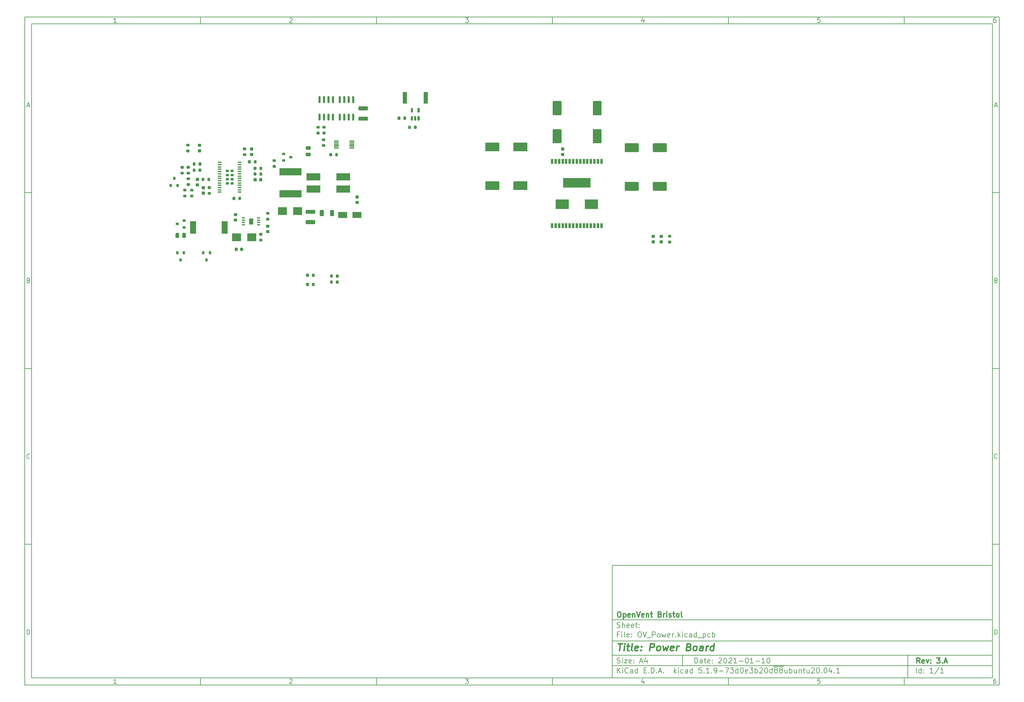
<source format=gbr>
%TF.GenerationSoftware,KiCad,Pcbnew,5.1.9-73d0e3b20d~88~ubuntu20.04.1*%
%TF.CreationDate,2021-01-10T19:14:23-05:00*%
%TF.ProjectId,OV_Power,4f565f50-6f77-4657-922e-6b696361645f,3.A*%
%TF.SameCoordinates,Original*%
%TF.FileFunction,Paste,Top*%
%TF.FilePolarity,Positive*%
%FSLAX46Y46*%
G04 Gerber Fmt 4.6, Leading zero omitted, Abs format (unit mm)*
G04 Created by KiCad (PCBNEW 5.1.9-73d0e3b20d~88~ubuntu20.04.1) date 2021-01-10 19:14:23*
%MOMM*%
%LPD*%
G01*
G04 APERTURE LIST*
%ADD10C,0.100000*%
%ADD11C,0.150000*%
%ADD12C,0.300000*%
%ADD13C,0.400000*%
%ADD14R,0.800000X0.900000*%
%ADD15R,2.500000X1.800000*%
%ADD16R,6.310000X2.070000*%
%ADD17R,4.000000X2.000000*%
%ADD18R,1.800000X3.600000*%
%ADD19R,1.400000X0.300000*%
%ADD20R,3.730000X2.750000*%
%ADD21R,7.800000X2.750000*%
%ADD22R,0.660000X1.350000*%
%ADD23R,1.249800X1.676400*%
%ADD24R,0.889000X0.420000*%
%ADD25R,0.822000X0.712500*%
%ADD26R,1.100000X0.400000*%
%ADD27R,0.900000X0.800000*%
%ADD28R,2.500000X2.300000*%
G04 APERTURE END LIST*
D10*
D11*
X177002200Y-166007200D02*
X177002200Y-198007200D01*
X285002200Y-198007200D01*
X285002200Y-166007200D01*
X177002200Y-166007200D01*
D10*
D11*
X10000000Y-10000000D02*
X10000000Y-200007200D01*
X287002200Y-200007200D01*
X287002200Y-10000000D01*
X10000000Y-10000000D01*
D10*
D11*
X12000000Y-12000000D02*
X12000000Y-198007200D01*
X285002200Y-198007200D01*
X285002200Y-12000000D01*
X12000000Y-12000000D01*
D10*
D11*
X60000000Y-12000000D02*
X60000000Y-10000000D01*
D10*
D11*
X110000000Y-12000000D02*
X110000000Y-10000000D01*
D10*
D11*
X160000000Y-12000000D02*
X160000000Y-10000000D01*
D10*
D11*
X210000000Y-12000000D02*
X210000000Y-10000000D01*
D10*
D11*
X260000000Y-12000000D02*
X260000000Y-10000000D01*
D10*
D11*
X36065476Y-11588095D02*
X35322619Y-11588095D01*
X35694047Y-11588095D02*
X35694047Y-10288095D01*
X35570238Y-10473809D01*
X35446428Y-10597619D01*
X35322619Y-10659523D01*
D10*
D11*
X85322619Y-10411904D02*
X85384523Y-10350000D01*
X85508333Y-10288095D01*
X85817857Y-10288095D01*
X85941666Y-10350000D01*
X86003571Y-10411904D01*
X86065476Y-10535714D01*
X86065476Y-10659523D01*
X86003571Y-10845238D01*
X85260714Y-11588095D01*
X86065476Y-11588095D01*
D10*
D11*
X135260714Y-10288095D02*
X136065476Y-10288095D01*
X135632142Y-10783333D01*
X135817857Y-10783333D01*
X135941666Y-10845238D01*
X136003571Y-10907142D01*
X136065476Y-11030952D01*
X136065476Y-11340476D01*
X136003571Y-11464285D01*
X135941666Y-11526190D01*
X135817857Y-11588095D01*
X135446428Y-11588095D01*
X135322619Y-11526190D01*
X135260714Y-11464285D01*
D10*
D11*
X185941666Y-10721428D02*
X185941666Y-11588095D01*
X185632142Y-10226190D02*
X185322619Y-11154761D01*
X186127380Y-11154761D01*
D10*
D11*
X236003571Y-10288095D02*
X235384523Y-10288095D01*
X235322619Y-10907142D01*
X235384523Y-10845238D01*
X235508333Y-10783333D01*
X235817857Y-10783333D01*
X235941666Y-10845238D01*
X236003571Y-10907142D01*
X236065476Y-11030952D01*
X236065476Y-11340476D01*
X236003571Y-11464285D01*
X235941666Y-11526190D01*
X235817857Y-11588095D01*
X235508333Y-11588095D01*
X235384523Y-11526190D01*
X235322619Y-11464285D01*
D10*
D11*
X285941666Y-10288095D02*
X285694047Y-10288095D01*
X285570238Y-10350000D01*
X285508333Y-10411904D01*
X285384523Y-10597619D01*
X285322619Y-10845238D01*
X285322619Y-11340476D01*
X285384523Y-11464285D01*
X285446428Y-11526190D01*
X285570238Y-11588095D01*
X285817857Y-11588095D01*
X285941666Y-11526190D01*
X286003571Y-11464285D01*
X286065476Y-11340476D01*
X286065476Y-11030952D01*
X286003571Y-10907142D01*
X285941666Y-10845238D01*
X285817857Y-10783333D01*
X285570238Y-10783333D01*
X285446428Y-10845238D01*
X285384523Y-10907142D01*
X285322619Y-11030952D01*
D10*
D11*
X60000000Y-198007200D02*
X60000000Y-200007200D01*
D10*
D11*
X110000000Y-198007200D02*
X110000000Y-200007200D01*
D10*
D11*
X160000000Y-198007200D02*
X160000000Y-200007200D01*
D10*
D11*
X210000000Y-198007200D02*
X210000000Y-200007200D01*
D10*
D11*
X260000000Y-198007200D02*
X260000000Y-200007200D01*
D10*
D11*
X36065476Y-199595295D02*
X35322619Y-199595295D01*
X35694047Y-199595295D02*
X35694047Y-198295295D01*
X35570238Y-198481009D01*
X35446428Y-198604819D01*
X35322619Y-198666723D01*
D10*
D11*
X85322619Y-198419104D02*
X85384523Y-198357200D01*
X85508333Y-198295295D01*
X85817857Y-198295295D01*
X85941666Y-198357200D01*
X86003571Y-198419104D01*
X86065476Y-198542914D01*
X86065476Y-198666723D01*
X86003571Y-198852438D01*
X85260714Y-199595295D01*
X86065476Y-199595295D01*
D10*
D11*
X135260714Y-198295295D02*
X136065476Y-198295295D01*
X135632142Y-198790533D01*
X135817857Y-198790533D01*
X135941666Y-198852438D01*
X136003571Y-198914342D01*
X136065476Y-199038152D01*
X136065476Y-199347676D01*
X136003571Y-199471485D01*
X135941666Y-199533390D01*
X135817857Y-199595295D01*
X135446428Y-199595295D01*
X135322619Y-199533390D01*
X135260714Y-199471485D01*
D10*
D11*
X185941666Y-198728628D02*
X185941666Y-199595295D01*
X185632142Y-198233390D02*
X185322619Y-199161961D01*
X186127380Y-199161961D01*
D10*
D11*
X236003571Y-198295295D02*
X235384523Y-198295295D01*
X235322619Y-198914342D01*
X235384523Y-198852438D01*
X235508333Y-198790533D01*
X235817857Y-198790533D01*
X235941666Y-198852438D01*
X236003571Y-198914342D01*
X236065476Y-199038152D01*
X236065476Y-199347676D01*
X236003571Y-199471485D01*
X235941666Y-199533390D01*
X235817857Y-199595295D01*
X235508333Y-199595295D01*
X235384523Y-199533390D01*
X235322619Y-199471485D01*
D10*
D11*
X285941666Y-198295295D02*
X285694047Y-198295295D01*
X285570238Y-198357200D01*
X285508333Y-198419104D01*
X285384523Y-198604819D01*
X285322619Y-198852438D01*
X285322619Y-199347676D01*
X285384523Y-199471485D01*
X285446428Y-199533390D01*
X285570238Y-199595295D01*
X285817857Y-199595295D01*
X285941666Y-199533390D01*
X286003571Y-199471485D01*
X286065476Y-199347676D01*
X286065476Y-199038152D01*
X286003571Y-198914342D01*
X285941666Y-198852438D01*
X285817857Y-198790533D01*
X285570238Y-198790533D01*
X285446428Y-198852438D01*
X285384523Y-198914342D01*
X285322619Y-199038152D01*
D10*
D11*
X10000000Y-60000000D02*
X12000000Y-60000000D01*
D10*
D11*
X10000000Y-110000000D02*
X12000000Y-110000000D01*
D10*
D11*
X10000000Y-160000000D02*
X12000000Y-160000000D01*
D10*
D11*
X10690476Y-35216666D02*
X11309523Y-35216666D01*
X10566666Y-35588095D02*
X11000000Y-34288095D01*
X11433333Y-35588095D01*
D10*
D11*
X11092857Y-84907142D02*
X11278571Y-84969047D01*
X11340476Y-85030952D01*
X11402380Y-85154761D01*
X11402380Y-85340476D01*
X11340476Y-85464285D01*
X11278571Y-85526190D01*
X11154761Y-85588095D01*
X10659523Y-85588095D01*
X10659523Y-84288095D01*
X11092857Y-84288095D01*
X11216666Y-84350000D01*
X11278571Y-84411904D01*
X11340476Y-84535714D01*
X11340476Y-84659523D01*
X11278571Y-84783333D01*
X11216666Y-84845238D01*
X11092857Y-84907142D01*
X10659523Y-84907142D01*
D10*
D11*
X11402380Y-135464285D02*
X11340476Y-135526190D01*
X11154761Y-135588095D01*
X11030952Y-135588095D01*
X10845238Y-135526190D01*
X10721428Y-135402380D01*
X10659523Y-135278571D01*
X10597619Y-135030952D01*
X10597619Y-134845238D01*
X10659523Y-134597619D01*
X10721428Y-134473809D01*
X10845238Y-134350000D01*
X11030952Y-134288095D01*
X11154761Y-134288095D01*
X11340476Y-134350000D01*
X11402380Y-134411904D01*
D10*
D11*
X10659523Y-185588095D02*
X10659523Y-184288095D01*
X10969047Y-184288095D01*
X11154761Y-184350000D01*
X11278571Y-184473809D01*
X11340476Y-184597619D01*
X11402380Y-184845238D01*
X11402380Y-185030952D01*
X11340476Y-185278571D01*
X11278571Y-185402380D01*
X11154761Y-185526190D01*
X10969047Y-185588095D01*
X10659523Y-185588095D01*
D10*
D11*
X287002200Y-60000000D02*
X285002200Y-60000000D01*
D10*
D11*
X287002200Y-110000000D02*
X285002200Y-110000000D01*
D10*
D11*
X287002200Y-160000000D02*
X285002200Y-160000000D01*
D10*
D11*
X285692676Y-35216666D02*
X286311723Y-35216666D01*
X285568866Y-35588095D02*
X286002200Y-34288095D01*
X286435533Y-35588095D01*
D10*
D11*
X286095057Y-84907142D02*
X286280771Y-84969047D01*
X286342676Y-85030952D01*
X286404580Y-85154761D01*
X286404580Y-85340476D01*
X286342676Y-85464285D01*
X286280771Y-85526190D01*
X286156961Y-85588095D01*
X285661723Y-85588095D01*
X285661723Y-84288095D01*
X286095057Y-84288095D01*
X286218866Y-84350000D01*
X286280771Y-84411904D01*
X286342676Y-84535714D01*
X286342676Y-84659523D01*
X286280771Y-84783333D01*
X286218866Y-84845238D01*
X286095057Y-84907142D01*
X285661723Y-84907142D01*
D10*
D11*
X286404580Y-135464285D02*
X286342676Y-135526190D01*
X286156961Y-135588095D01*
X286033152Y-135588095D01*
X285847438Y-135526190D01*
X285723628Y-135402380D01*
X285661723Y-135278571D01*
X285599819Y-135030952D01*
X285599819Y-134845238D01*
X285661723Y-134597619D01*
X285723628Y-134473809D01*
X285847438Y-134350000D01*
X286033152Y-134288095D01*
X286156961Y-134288095D01*
X286342676Y-134350000D01*
X286404580Y-134411904D01*
D10*
D11*
X285661723Y-185588095D02*
X285661723Y-184288095D01*
X285971247Y-184288095D01*
X286156961Y-184350000D01*
X286280771Y-184473809D01*
X286342676Y-184597619D01*
X286404580Y-184845238D01*
X286404580Y-185030952D01*
X286342676Y-185278571D01*
X286280771Y-185402380D01*
X286156961Y-185526190D01*
X285971247Y-185588095D01*
X285661723Y-185588095D01*
D10*
D11*
X200434342Y-193785771D02*
X200434342Y-192285771D01*
X200791485Y-192285771D01*
X201005771Y-192357200D01*
X201148628Y-192500057D01*
X201220057Y-192642914D01*
X201291485Y-192928628D01*
X201291485Y-193142914D01*
X201220057Y-193428628D01*
X201148628Y-193571485D01*
X201005771Y-193714342D01*
X200791485Y-193785771D01*
X200434342Y-193785771D01*
X202577200Y-193785771D02*
X202577200Y-193000057D01*
X202505771Y-192857200D01*
X202362914Y-192785771D01*
X202077200Y-192785771D01*
X201934342Y-192857200D01*
X202577200Y-193714342D02*
X202434342Y-193785771D01*
X202077200Y-193785771D01*
X201934342Y-193714342D01*
X201862914Y-193571485D01*
X201862914Y-193428628D01*
X201934342Y-193285771D01*
X202077200Y-193214342D01*
X202434342Y-193214342D01*
X202577200Y-193142914D01*
X203077200Y-192785771D02*
X203648628Y-192785771D01*
X203291485Y-192285771D02*
X203291485Y-193571485D01*
X203362914Y-193714342D01*
X203505771Y-193785771D01*
X203648628Y-193785771D01*
X204720057Y-193714342D02*
X204577200Y-193785771D01*
X204291485Y-193785771D01*
X204148628Y-193714342D01*
X204077200Y-193571485D01*
X204077200Y-193000057D01*
X204148628Y-192857200D01*
X204291485Y-192785771D01*
X204577200Y-192785771D01*
X204720057Y-192857200D01*
X204791485Y-193000057D01*
X204791485Y-193142914D01*
X204077200Y-193285771D01*
X205434342Y-193642914D02*
X205505771Y-193714342D01*
X205434342Y-193785771D01*
X205362914Y-193714342D01*
X205434342Y-193642914D01*
X205434342Y-193785771D01*
X205434342Y-192857200D02*
X205505771Y-192928628D01*
X205434342Y-193000057D01*
X205362914Y-192928628D01*
X205434342Y-192857200D01*
X205434342Y-193000057D01*
X207220057Y-192428628D02*
X207291485Y-192357200D01*
X207434342Y-192285771D01*
X207791485Y-192285771D01*
X207934342Y-192357200D01*
X208005771Y-192428628D01*
X208077200Y-192571485D01*
X208077200Y-192714342D01*
X208005771Y-192928628D01*
X207148628Y-193785771D01*
X208077200Y-193785771D01*
X209005771Y-192285771D02*
X209148628Y-192285771D01*
X209291485Y-192357200D01*
X209362914Y-192428628D01*
X209434342Y-192571485D01*
X209505771Y-192857200D01*
X209505771Y-193214342D01*
X209434342Y-193500057D01*
X209362914Y-193642914D01*
X209291485Y-193714342D01*
X209148628Y-193785771D01*
X209005771Y-193785771D01*
X208862914Y-193714342D01*
X208791485Y-193642914D01*
X208720057Y-193500057D01*
X208648628Y-193214342D01*
X208648628Y-192857200D01*
X208720057Y-192571485D01*
X208791485Y-192428628D01*
X208862914Y-192357200D01*
X209005771Y-192285771D01*
X210077200Y-192428628D02*
X210148628Y-192357200D01*
X210291485Y-192285771D01*
X210648628Y-192285771D01*
X210791485Y-192357200D01*
X210862914Y-192428628D01*
X210934342Y-192571485D01*
X210934342Y-192714342D01*
X210862914Y-192928628D01*
X210005771Y-193785771D01*
X210934342Y-193785771D01*
X212362914Y-193785771D02*
X211505771Y-193785771D01*
X211934342Y-193785771D02*
X211934342Y-192285771D01*
X211791485Y-192500057D01*
X211648628Y-192642914D01*
X211505771Y-192714342D01*
X213005771Y-193214342D02*
X214148628Y-193214342D01*
X215148628Y-192285771D02*
X215291485Y-192285771D01*
X215434342Y-192357200D01*
X215505771Y-192428628D01*
X215577200Y-192571485D01*
X215648628Y-192857200D01*
X215648628Y-193214342D01*
X215577200Y-193500057D01*
X215505771Y-193642914D01*
X215434342Y-193714342D01*
X215291485Y-193785771D01*
X215148628Y-193785771D01*
X215005771Y-193714342D01*
X214934342Y-193642914D01*
X214862914Y-193500057D01*
X214791485Y-193214342D01*
X214791485Y-192857200D01*
X214862914Y-192571485D01*
X214934342Y-192428628D01*
X215005771Y-192357200D01*
X215148628Y-192285771D01*
X217077200Y-193785771D02*
X216220057Y-193785771D01*
X216648628Y-193785771D02*
X216648628Y-192285771D01*
X216505771Y-192500057D01*
X216362914Y-192642914D01*
X216220057Y-192714342D01*
X217720057Y-193214342D02*
X218862914Y-193214342D01*
X220362914Y-193785771D02*
X219505771Y-193785771D01*
X219934342Y-193785771D02*
X219934342Y-192285771D01*
X219791485Y-192500057D01*
X219648628Y-192642914D01*
X219505771Y-192714342D01*
X221291485Y-192285771D02*
X221434342Y-192285771D01*
X221577200Y-192357200D01*
X221648628Y-192428628D01*
X221720057Y-192571485D01*
X221791485Y-192857200D01*
X221791485Y-193214342D01*
X221720057Y-193500057D01*
X221648628Y-193642914D01*
X221577200Y-193714342D01*
X221434342Y-193785771D01*
X221291485Y-193785771D01*
X221148628Y-193714342D01*
X221077200Y-193642914D01*
X221005771Y-193500057D01*
X220934342Y-193214342D01*
X220934342Y-192857200D01*
X221005771Y-192571485D01*
X221077200Y-192428628D01*
X221148628Y-192357200D01*
X221291485Y-192285771D01*
D10*
D11*
X177002200Y-194507200D02*
X285002200Y-194507200D01*
D10*
D11*
X178434342Y-196585771D02*
X178434342Y-195085771D01*
X179291485Y-196585771D02*
X178648628Y-195728628D01*
X179291485Y-195085771D02*
X178434342Y-195942914D01*
X179934342Y-196585771D02*
X179934342Y-195585771D01*
X179934342Y-195085771D02*
X179862914Y-195157200D01*
X179934342Y-195228628D01*
X180005771Y-195157200D01*
X179934342Y-195085771D01*
X179934342Y-195228628D01*
X181505771Y-196442914D02*
X181434342Y-196514342D01*
X181220057Y-196585771D01*
X181077200Y-196585771D01*
X180862914Y-196514342D01*
X180720057Y-196371485D01*
X180648628Y-196228628D01*
X180577200Y-195942914D01*
X180577200Y-195728628D01*
X180648628Y-195442914D01*
X180720057Y-195300057D01*
X180862914Y-195157200D01*
X181077200Y-195085771D01*
X181220057Y-195085771D01*
X181434342Y-195157200D01*
X181505771Y-195228628D01*
X182791485Y-196585771D02*
X182791485Y-195800057D01*
X182720057Y-195657200D01*
X182577200Y-195585771D01*
X182291485Y-195585771D01*
X182148628Y-195657200D01*
X182791485Y-196514342D02*
X182648628Y-196585771D01*
X182291485Y-196585771D01*
X182148628Y-196514342D01*
X182077200Y-196371485D01*
X182077200Y-196228628D01*
X182148628Y-196085771D01*
X182291485Y-196014342D01*
X182648628Y-196014342D01*
X182791485Y-195942914D01*
X184148628Y-196585771D02*
X184148628Y-195085771D01*
X184148628Y-196514342D02*
X184005771Y-196585771D01*
X183720057Y-196585771D01*
X183577200Y-196514342D01*
X183505771Y-196442914D01*
X183434342Y-196300057D01*
X183434342Y-195871485D01*
X183505771Y-195728628D01*
X183577200Y-195657200D01*
X183720057Y-195585771D01*
X184005771Y-195585771D01*
X184148628Y-195657200D01*
X186005771Y-195800057D02*
X186505771Y-195800057D01*
X186720057Y-196585771D02*
X186005771Y-196585771D01*
X186005771Y-195085771D01*
X186720057Y-195085771D01*
X187362914Y-196442914D02*
X187434342Y-196514342D01*
X187362914Y-196585771D01*
X187291485Y-196514342D01*
X187362914Y-196442914D01*
X187362914Y-196585771D01*
X188077200Y-196585771D02*
X188077200Y-195085771D01*
X188434342Y-195085771D01*
X188648628Y-195157200D01*
X188791485Y-195300057D01*
X188862914Y-195442914D01*
X188934342Y-195728628D01*
X188934342Y-195942914D01*
X188862914Y-196228628D01*
X188791485Y-196371485D01*
X188648628Y-196514342D01*
X188434342Y-196585771D01*
X188077200Y-196585771D01*
X189577200Y-196442914D02*
X189648628Y-196514342D01*
X189577200Y-196585771D01*
X189505771Y-196514342D01*
X189577200Y-196442914D01*
X189577200Y-196585771D01*
X190220057Y-196157200D02*
X190934342Y-196157200D01*
X190077200Y-196585771D02*
X190577200Y-195085771D01*
X191077200Y-196585771D01*
X191577200Y-196442914D02*
X191648628Y-196514342D01*
X191577200Y-196585771D01*
X191505771Y-196514342D01*
X191577200Y-196442914D01*
X191577200Y-196585771D01*
X194577200Y-196585771D02*
X194577200Y-195085771D01*
X194720057Y-196014342D02*
X195148628Y-196585771D01*
X195148628Y-195585771D02*
X194577200Y-196157200D01*
X195791485Y-196585771D02*
X195791485Y-195585771D01*
X195791485Y-195085771D02*
X195720057Y-195157200D01*
X195791485Y-195228628D01*
X195862914Y-195157200D01*
X195791485Y-195085771D01*
X195791485Y-195228628D01*
X197148628Y-196514342D02*
X197005771Y-196585771D01*
X196720057Y-196585771D01*
X196577200Y-196514342D01*
X196505771Y-196442914D01*
X196434342Y-196300057D01*
X196434342Y-195871485D01*
X196505771Y-195728628D01*
X196577200Y-195657200D01*
X196720057Y-195585771D01*
X197005771Y-195585771D01*
X197148628Y-195657200D01*
X198434342Y-196585771D02*
X198434342Y-195800057D01*
X198362914Y-195657200D01*
X198220057Y-195585771D01*
X197934342Y-195585771D01*
X197791485Y-195657200D01*
X198434342Y-196514342D02*
X198291485Y-196585771D01*
X197934342Y-196585771D01*
X197791485Y-196514342D01*
X197720057Y-196371485D01*
X197720057Y-196228628D01*
X197791485Y-196085771D01*
X197934342Y-196014342D01*
X198291485Y-196014342D01*
X198434342Y-195942914D01*
X199791485Y-196585771D02*
X199791485Y-195085771D01*
X199791485Y-196514342D02*
X199648628Y-196585771D01*
X199362914Y-196585771D01*
X199220057Y-196514342D01*
X199148628Y-196442914D01*
X199077200Y-196300057D01*
X199077200Y-195871485D01*
X199148628Y-195728628D01*
X199220057Y-195657200D01*
X199362914Y-195585771D01*
X199648628Y-195585771D01*
X199791485Y-195657200D01*
X202362914Y-195085771D02*
X201648628Y-195085771D01*
X201577200Y-195800057D01*
X201648628Y-195728628D01*
X201791485Y-195657200D01*
X202148628Y-195657200D01*
X202291485Y-195728628D01*
X202362914Y-195800057D01*
X202434342Y-195942914D01*
X202434342Y-196300057D01*
X202362914Y-196442914D01*
X202291485Y-196514342D01*
X202148628Y-196585771D01*
X201791485Y-196585771D01*
X201648628Y-196514342D01*
X201577200Y-196442914D01*
X203077200Y-196442914D02*
X203148628Y-196514342D01*
X203077200Y-196585771D01*
X203005771Y-196514342D01*
X203077200Y-196442914D01*
X203077200Y-196585771D01*
X204577200Y-196585771D02*
X203720057Y-196585771D01*
X204148628Y-196585771D02*
X204148628Y-195085771D01*
X204005771Y-195300057D01*
X203862914Y-195442914D01*
X203720057Y-195514342D01*
X205220057Y-196442914D02*
X205291485Y-196514342D01*
X205220057Y-196585771D01*
X205148628Y-196514342D01*
X205220057Y-196442914D01*
X205220057Y-196585771D01*
X206005771Y-196585771D02*
X206291485Y-196585771D01*
X206434342Y-196514342D01*
X206505771Y-196442914D01*
X206648628Y-196228628D01*
X206720057Y-195942914D01*
X206720057Y-195371485D01*
X206648628Y-195228628D01*
X206577200Y-195157200D01*
X206434342Y-195085771D01*
X206148628Y-195085771D01*
X206005771Y-195157200D01*
X205934342Y-195228628D01*
X205862914Y-195371485D01*
X205862914Y-195728628D01*
X205934342Y-195871485D01*
X206005771Y-195942914D01*
X206148628Y-196014342D01*
X206434342Y-196014342D01*
X206577200Y-195942914D01*
X206648628Y-195871485D01*
X206720057Y-195728628D01*
X207362914Y-196014342D02*
X208505771Y-196014342D01*
X209077200Y-195085771D02*
X210077200Y-195085771D01*
X209434342Y-196585771D01*
X210505771Y-195085771D02*
X211434342Y-195085771D01*
X210934342Y-195657200D01*
X211148628Y-195657200D01*
X211291485Y-195728628D01*
X211362914Y-195800057D01*
X211434342Y-195942914D01*
X211434342Y-196300057D01*
X211362914Y-196442914D01*
X211291485Y-196514342D01*
X211148628Y-196585771D01*
X210720057Y-196585771D01*
X210577200Y-196514342D01*
X210505771Y-196442914D01*
X212720057Y-196585771D02*
X212720057Y-195085771D01*
X212720057Y-196514342D02*
X212577200Y-196585771D01*
X212291485Y-196585771D01*
X212148628Y-196514342D01*
X212077200Y-196442914D01*
X212005771Y-196300057D01*
X212005771Y-195871485D01*
X212077200Y-195728628D01*
X212148628Y-195657200D01*
X212291485Y-195585771D01*
X212577200Y-195585771D01*
X212720057Y-195657200D01*
X213720057Y-195085771D02*
X213862914Y-195085771D01*
X214005771Y-195157200D01*
X214077200Y-195228628D01*
X214148628Y-195371485D01*
X214220057Y-195657200D01*
X214220057Y-196014342D01*
X214148628Y-196300057D01*
X214077200Y-196442914D01*
X214005771Y-196514342D01*
X213862914Y-196585771D01*
X213720057Y-196585771D01*
X213577200Y-196514342D01*
X213505771Y-196442914D01*
X213434342Y-196300057D01*
X213362914Y-196014342D01*
X213362914Y-195657200D01*
X213434342Y-195371485D01*
X213505771Y-195228628D01*
X213577200Y-195157200D01*
X213720057Y-195085771D01*
X215434342Y-196514342D02*
X215291485Y-196585771D01*
X215005771Y-196585771D01*
X214862914Y-196514342D01*
X214791485Y-196371485D01*
X214791485Y-195800057D01*
X214862914Y-195657200D01*
X215005771Y-195585771D01*
X215291485Y-195585771D01*
X215434342Y-195657200D01*
X215505771Y-195800057D01*
X215505771Y-195942914D01*
X214791485Y-196085771D01*
X216005771Y-195085771D02*
X216934342Y-195085771D01*
X216434342Y-195657200D01*
X216648628Y-195657200D01*
X216791485Y-195728628D01*
X216862914Y-195800057D01*
X216934342Y-195942914D01*
X216934342Y-196300057D01*
X216862914Y-196442914D01*
X216791485Y-196514342D01*
X216648628Y-196585771D01*
X216220057Y-196585771D01*
X216077200Y-196514342D01*
X216005771Y-196442914D01*
X217577200Y-196585771D02*
X217577200Y-195085771D01*
X217577200Y-195657200D02*
X217720057Y-195585771D01*
X218005771Y-195585771D01*
X218148628Y-195657200D01*
X218220057Y-195728628D01*
X218291485Y-195871485D01*
X218291485Y-196300057D01*
X218220057Y-196442914D01*
X218148628Y-196514342D01*
X218005771Y-196585771D01*
X217720057Y-196585771D01*
X217577200Y-196514342D01*
X218862914Y-195228628D02*
X218934342Y-195157200D01*
X219077200Y-195085771D01*
X219434342Y-195085771D01*
X219577200Y-195157200D01*
X219648628Y-195228628D01*
X219720057Y-195371485D01*
X219720057Y-195514342D01*
X219648628Y-195728628D01*
X218791485Y-196585771D01*
X219720057Y-196585771D01*
X220648628Y-195085771D02*
X220791485Y-195085771D01*
X220934342Y-195157200D01*
X221005771Y-195228628D01*
X221077200Y-195371485D01*
X221148628Y-195657200D01*
X221148628Y-196014342D01*
X221077200Y-196300057D01*
X221005771Y-196442914D01*
X220934342Y-196514342D01*
X220791485Y-196585771D01*
X220648628Y-196585771D01*
X220505771Y-196514342D01*
X220434342Y-196442914D01*
X220362914Y-196300057D01*
X220291485Y-196014342D01*
X220291485Y-195657200D01*
X220362914Y-195371485D01*
X220434342Y-195228628D01*
X220505771Y-195157200D01*
X220648628Y-195085771D01*
X222434342Y-196585771D02*
X222434342Y-195085771D01*
X222434342Y-196514342D02*
X222291485Y-196585771D01*
X222005771Y-196585771D01*
X221862914Y-196514342D01*
X221791485Y-196442914D01*
X221720057Y-196300057D01*
X221720057Y-195871485D01*
X221791485Y-195728628D01*
X221862914Y-195657200D01*
X222005771Y-195585771D01*
X222291485Y-195585771D01*
X222434342Y-195657200D01*
X222791485Y-194677200D02*
X224220057Y-194677200D01*
X223362914Y-195728628D02*
X223220057Y-195657200D01*
X223148628Y-195585771D01*
X223077200Y-195442914D01*
X223077200Y-195371485D01*
X223148628Y-195228628D01*
X223220057Y-195157200D01*
X223362914Y-195085771D01*
X223648628Y-195085771D01*
X223791485Y-195157200D01*
X223862914Y-195228628D01*
X223934342Y-195371485D01*
X223934342Y-195442914D01*
X223862914Y-195585771D01*
X223791485Y-195657200D01*
X223648628Y-195728628D01*
X223362914Y-195728628D01*
X223220057Y-195800057D01*
X223148628Y-195871485D01*
X223077200Y-196014342D01*
X223077200Y-196300057D01*
X223148628Y-196442914D01*
X223220057Y-196514342D01*
X223362914Y-196585771D01*
X223648628Y-196585771D01*
X223791485Y-196514342D01*
X223862914Y-196442914D01*
X223934342Y-196300057D01*
X223934342Y-196014342D01*
X223862914Y-195871485D01*
X223791485Y-195800057D01*
X223648628Y-195728628D01*
X224220057Y-194677200D02*
X225648628Y-194677200D01*
X224791485Y-195728628D02*
X224648628Y-195657200D01*
X224577200Y-195585771D01*
X224505771Y-195442914D01*
X224505771Y-195371485D01*
X224577200Y-195228628D01*
X224648628Y-195157200D01*
X224791485Y-195085771D01*
X225077200Y-195085771D01*
X225220057Y-195157200D01*
X225291485Y-195228628D01*
X225362914Y-195371485D01*
X225362914Y-195442914D01*
X225291485Y-195585771D01*
X225220057Y-195657200D01*
X225077200Y-195728628D01*
X224791485Y-195728628D01*
X224648628Y-195800057D01*
X224577200Y-195871485D01*
X224505771Y-196014342D01*
X224505771Y-196300057D01*
X224577200Y-196442914D01*
X224648628Y-196514342D01*
X224791485Y-196585771D01*
X225077200Y-196585771D01*
X225220057Y-196514342D01*
X225291485Y-196442914D01*
X225362914Y-196300057D01*
X225362914Y-196014342D01*
X225291485Y-195871485D01*
X225220057Y-195800057D01*
X225077200Y-195728628D01*
X226648628Y-195585771D02*
X226648628Y-196585771D01*
X226005771Y-195585771D02*
X226005771Y-196371485D01*
X226077199Y-196514342D01*
X226220057Y-196585771D01*
X226434342Y-196585771D01*
X226577199Y-196514342D01*
X226648628Y-196442914D01*
X227362914Y-196585771D02*
X227362914Y-195085771D01*
X227362914Y-195657200D02*
X227505771Y-195585771D01*
X227791485Y-195585771D01*
X227934342Y-195657200D01*
X228005771Y-195728628D01*
X228077200Y-195871485D01*
X228077200Y-196300057D01*
X228005771Y-196442914D01*
X227934342Y-196514342D01*
X227791485Y-196585771D01*
X227505771Y-196585771D01*
X227362914Y-196514342D01*
X229362914Y-195585771D02*
X229362914Y-196585771D01*
X228720057Y-195585771D02*
X228720057Y-196371485D01*
X228791485Y-196514342D01*
X228934342Y-196585771D01*
X229148628Y-196585771D01*
X229291485Y-196514342D01*
X229362914Y-196442914D01*
X230077200Y-195585771D02*
X230077200Y-196585771D01*
X230077200Y-195728628D02*
X230148628Y-195657200D01*
X230291485Y-195585771D01*
X230505771Y-195585771D01*
X230648628Y-195657200D01*
X230720057Y-195800057D01*
X230720057Y-196585771D01*
X231220057Y-195585771D02*
X231791485Y-195585771D01*
X231434342Y-195085771D02*
X231434342Y-196371485D01*
X231505771Y-196514342D01*
X231648628Y-196585771D01*
X231791485Y-196585771D01*
X232934342Y-195585771D02*
X232934342Y-196585771D01*
X232291485Y-195585771D02*
X232291485Y-196371485D01*
X232362914Y-196514342D01*
X232505771Y-196585771D01*
X232720057Y-196585771D01*
X232862914Y-196514342D01*
X232934342Y-196442914D01*
X233577200Y-195228628D02*
X233648628Y-195157200D01*
X233791485Y-195085771D01*
X234148628Y-195085771D01*
X234291485Y-195157200D01*
X234362914Y-195228628D01*
X234434342Y-195371485D01*
X234434342Y-195514342D01*
X234362914Y-195728628D01*
X233505771Y-196585771D01*
X234434342Y-196585771D01*
X235362914Y-195085771D02*
X235505771Y-195085771D01*
X235648628Y-195157200D01*
X235720057Y-195228628D01*
X235791485Y-195371485D01*
X235862914Y-195657200D01*
X235862914Y-196014342D01*
X235791485Y-196300057D01*
X235720057Y-196442914D01*
X235648628Y-196514342D01*
X235505771Y-196585771D01*
X235362914Y-196585771D01*
X235220057Y-196514342D01*
X235148628Y-196442914D01*
X235077200Y-196300057D01*
X235005771Y-196014342D01*
X235005771Y-195657200D01*
X235077200Y-195371485D01*
X235148628Y-195228628D01*
X235220057Y-195157200D01*
X235362914Y-195085771D01*
X236505771Y-196442914D02*
X236577199Y-196514342D01*
X236505771Y-196585771D01*
X236434342Y-196514342D01*
X236505771Y-196442914D01*
X236505771Y-196585771D01*
X237505771Y-195085771D02*
X237648628Y-195085771D01*
X237791485Y-195157200D01*
X237862914Y-195228628D01*
X237934342Y-195371485D01*
X238005771Y-195657200D01*
X238005771Y-196014342D01*
X237934342Y-196300057D01*
X237862914Y-196442914D01*
X237791485Y-196514342D01*
X237648628Y-196585771D01*
X237505771Y-196585771D01*
X237362914Y-196514342D01*
X237291485Y-196442914D01*
X237220057Y-196300057D01*
X237148628Y-196014342D01*
X237148628Y-195657200D01*
X237220057Y-195371485D01*
X237291485Y-195228628D01*
X237362914Y-195157200D01*
X237505771Y-195085771D01*
X239291485Y-195585771D02*
X239291485Y-196585771D01*
X238934342Y-195014342D02*
X238577199Y-196085771D01*
X239505771Y-196085771D01*
X240077199Y-196442914D02*
X240148628Y-196514342D01*
X240077199Y-196585771D01*
X240005771Y-196514342D01*
X240077199Y-196442914D01*
X240077199Y-196585771D01*
X241577199Y-196585771D02*
X240720057Y-196585771D01*
X241148628Y-196585771D02*
X241148628Y-195085771D01*
X241005771Y-195300057D01*
X240862914Y-195442914D01*
X240720057Y-195514342D01*
D10*
D11*
X177002200Y-191507200D02*
X285002200Y-191507200D01*
D10*
D12*
X264411485Y-193785771D02*
X263911485Y-193071485D01*
X263554342Y-193785771D02*
X263554342Y-192285771D01*
X264125771Y-192285771D01*
X264268628Y-192357200D01*
X264340057Y-192428628D01*
X264411485Y-192571485D01*
X264411485Y-192785771D01*
X264340057Y-192928628D01*
X264268628Y-193000057D01*
X264125771Y-193071485D01*
X263554342Y-193071485D01*
X265625771Y-193714342D02*
X265482914Y-193785771D01*
X265197200Y-193785771D01*
X265054342Y-193714342D01*
X264982914Y-193571485D01*
X264982914Y-193000057D01*
X265054342Y-192857200D01*
X265197200Y-192785771D01*
X265482914Y-192785771D01*
X265625771Y-192857200D01*
X265697200Y-193000057D01*
X265697200Y-193142914D01*
X264982914Y-193285771D01*
X266197200Y-192785771D02*
X266554342Y-193785771D01*
X266911485Y-192785771D01*
X267482914Y-193642914D02*
X267554342Y-193714342D01*
X267482914Y-193785771D01*
X267411485Y-193714342D01*
X267482914Y-193642914D01*
X267482914Y-193785771D01*
X267482914Y-192857200D02*
X267554342Y-192928628D01*
X267482914Y-193000057D01*
X267411485Y-192928628D01*
X267482914Y-192857200D01*
X267482914Y-193000057D01*
X269197200Y-192285771D02*
X270125771Y-192285771D01*
X269625771Y-192857200D01*
X269840057Y-192857200D01*
X269982914Y-192928628D01*
X270054342Y-193000057D01*
X270125771Y-193142914D01*
X270125771Y-193500057D01*
X270054342Y-193642914D01*
X269982914Y-193714342D01*
X269840057Y-193785771D01*
X269411485Y-193785771D01*
X269268628Y-193714342D01*
X269197200Y-193642914D01*
X270768628Y-193642914D02*
X270840057Y-193714342D01*
X270768628Y-193785771D01*
X270697200Y-193714342D01*
X270768628Y-193642914D01*
X270768628Y-193785771D01*
X271411485Y-193357200D02*
X272125771Y-193357200D01*
X271268628Y-193785771D02*
X271768628Y-192285771D01*
X272268628Y-193785771D01*
D10*
D11*
X178362914Y-193714342D02*
X178577200Y-193785771D01*
X178934342Y-193785771D01*
X179077200Y-193714342D01*
X179148628Y-193642914D01*
X179220057Y-193500057D01*
X179220057Y-193357200D01*
X179148628Y-193214342D01*
X179077200Y-193142914D01*
X178934342Y-193071485D01*
X178648628Y-193000057D01*
X178505771Y-192928628D01*
X178434342Y-192857200D01*
X178362914Y-192714342D01*
X178362914Y-192571485D01*
X178434342Y-192428628D01*
X178505771Y-192357200D01*
X178648628Y-192285771D01*
X179005771Y-192285771D01*
X179220057Y-192357200D01*
X179862914Y-193785771D02*
X179862914Y-192785771D01*
X179862914Y-192285771D02*
X179791485Y-192357200D01*
X179862914Y-192428628D01*
X179934342Y-192357200D01*
X179862914Y-192285771D01*
X179862914Y-192428628D01*
X180434342Y-192785771D02*
X181220057Y-192785771D01*
X180434342Y-193785771D01*
X181220057Y-193785771D01*
X182362914Y-193714342D02*
X182220057Y-193785771D01*
X181934342Y-193785771D01*
X181791485Y-193714342D01*
X181720057Y-193571485D01*
X181720057Y-193000057D01*
X181791485Y-192857200D01*
X181934342Y-192785771D01*
X182220057Y-192785771D01*
X182362914Y-192857200D01*
X182434342Y-193000057D01*
X182434342Y-193142914D01*
X181720057Y-193285771D01*
X183077200Y-193642914D02*
X183148628Y-193714342D01*
X183077200Y-193785771D01*
X183005771Y-193714342D01*
X183077200Y-193642914D01*
X183077200Y-193785771D01*
X183077200Y-192857200D02*
X183148628Y-192928628D01*
X183077200Y-193000057D01*
X183005771Y-192928628D01*
X183077200Y-192857200D01*
X183077200Y-193000057D01*
X184862914Y-193357200D02*
X185577200Y-193357200D01*
X184720057Y-193785771D02*
X185220057Y-192285771D01*
X185720057Y-193785771D01*
X186862914Y-192785771D02*
X186862914Y-193785771D01*
X186505771Y-192214342D02*
X186148628Y-193285771D01*
X187077200Y-193285771D01*
D10*
D11*
X263434342Y-196585771D02*
X263434342Y-195085771D01*
X264791485Y-196585771D02*
X264791485Y-195085771D01*
X264791485Y-196514342D02*
X264648628Y-196585771D01*
X264362914Y-196585771D01*
X264220057Y-196514342D01*
X264148628Y-196442914D01*
X264077200Y-196300057D01*
X264077200Y-195871485D01*
X264148628Y-195728628D01*
X264220057Y-195657200D01*
X264362914Y-195585771D01*
X264648628Y-195585771D01*
X264791485Y-195657200D01*
X265505771Y-196442914D02*
X265577200Y-196514342D01*
X265505771Y-196585771D01*
X265434342Y-196514342D01*
X265505771Y-196442914D01*
X265505771Y-196585771D01*
X265505771Y-195657200D02*
X265577200Y-195728628D01*
X265505771Y-195800057D01*
X265434342Y-195728628D01*
X265505771Y-195657200D01*
X265505771Y-195800057D01*
X268148628Y-196585771D02*
X267291485Y-196585771D01*
X267720057Y-196585771D02*
X267720057Y-195085771D01*
X267577200Y-195300057D01*
X267434342Y-195442914D01*
X267291485Y-195514342D01*
X269862914Y-195014342D02*
X268577200Y-196942914D01*
X271148628Y-196585771D02*
X270291485Y-196585771D01*
X270720057Y-196585771D02*
X270720057Y-195085771D01*
X270577200Y-195300057D01*
X270434342Y-195442914D01*
X270291485Y-195514342D01*
D10*
D11*
X177002200Y-187507200D02*
X285002200Y-187507200D01*
D10*
D13*
X178714580Y-188211961D02*
X179857438Y-188211961D01*
X179036009Y-190211961D02*
X179286009Y-188211961D01*
X180274104Y-190211961D02*
X180440771Y-188878628D01*
X180524104Y-188211961D02*
X180416961Y-188307200D01*
X180500295Y-188402438D01*
X180607438Y-188307200D01*
X180524104Y-188211961D01*
X180500295Y-188402438D01*
X181107438Y-188878628D02*
X181869342Y-188878628D01*
X181476485Y-188211961D02*
X181262200Y-189926247D01*
X181333628Y-190116723D01*
X181512200Y-190211961D01*
X181702676Y-190211961D01*
X182655057Y-190211961D02*
X182476485Y-190116723D01*
X182405057Y-189926247D01*
X182619342Y-188211961D01*
X184190771Y-190116723D02*
X183988390Y-190211961D01*
X183607438Y-190211961D01*
X183428866Y-190116723D01*
X183357438Y-189926247D01*
X183452676Y-189164342D01*
X183571723Y-188973866D01*
X183774104Y-188878628D01*
X184155057Y-188878628D01*
X184333628Y-188973866D01*
X184405057Y-189164342D01*
X184381247Y-189354819D01*
X183405057Y-189545295D01*
X185155057Y-190021485D02*
X185238390Y-190116723D01*
X185131247Y-190211961D01*
X185047914Y-190116723D01*
X185155057Y-190021485D01*
X185131247Y-190211961D01*
X185286009Y-188973866D02*
X185369342Y-189069104D01*
X185262200Y-189164342D01*
X185178866Y-189069104D01*
X185286009Y-188973866D01*
X185262200Y-189164342D01*
X187607438Y-190211961D02*
X187857438Y-188211961D01*
X188619342Y-188211961D01*
X188797914Y-188307200D01*
X188881247Y-188402438D01*
X188952676Y-188592914D01*
X188916961Y-188878628D01*
X188797914Y-189069104D01*
X188690771Y-189164342D01*
X188488390Y-189259580D01*
X187726485Y-189259580D01*
X189893152Y-190211961D02*
X189714580Y-190116723D01*
X189631247Y-190021485D01*
X189559819Y-189831009D01*
X189631247Y-189259580D01*
X189750295Y-189069104D01*
X189857438Y-188973866D01*
X190059819Y-188878628D01*
X190345533Y-188878628D01*
X190524104Y-188973866D01*
X190607438Y-189069104D01*
X190678866Y-189259580D01*
X190607438Y-189831009D01*
X190488390Y-190021485D01*
X190381247Y-190116723D01*
X190178866Y-190211961D01*
X189893152Y-190211961D01*
X191393152Y-188878628D02*
X191607438Y-190211961D01*
X192107438Y-189259580D01*
X192369342Y-190211961D01*
X192916961Y-188878628D01*
X194286009Y-190116723D02*
X194083628Y-190211961D01*
X193702676Y-190211961D01*
X193524104Y-190116723D01*
X193452676Y-189926247D01*
X193547914Y-189164342D01*
X193666961Y-188973866D01*
X193869342Y-188878628D01*
X194250295Y-188878628D01*
X194428866Y-188973866D01*
X194500295Y-189164342D01*
X194476485Y-189354819D01*
X193500295Y-189545295D01*
X195226485Y-190211961D02*
X195393152Y-188878628D01*
X195345533Y-189259580D02*
X195464580Y-189069104D01*
X195571723Y-188973866D01*
X195774104Y-188878628D01*
X195964580Y-188878628D01*
X198786009Y-189164342D02*
X199059819Y-189259580D01*
X199143152Y-189354819D01*
X199214580Y-189545295D01*
X199178866Y-189831009D01*
X199059819Y-190021485D01*
X198952676Y-190116723D01*
X198750295Y-190211961D01*
X197988390Y-190211961D01*
X198238390Y-188211961D01*
X198905057Y-188211961D01*
X199083628Y-188307200D01*
X199166961Y-188402438D01*
X199238390Y-188592914D01*
X199214580Y-188783390D01*
X199095533Y-188973866D01*
X198988390Y-189069104D01*
X198786009Y-189164342D01*
X198119342Y-189164342D01*
X200274104Y-190211961D02*
X200095533Y-190116723D01*
X200012200Y-190021485D01*
X199940771Y-189831009D01*
X200012200Y-189259580D01*
X200131247Y-189069104D01*
X200238390Y-188973866D01*
X200440771Y-188878628D01*
X200726485Y-188878628D01*
X200905057Y-188973866D01*
X200988390Y-189069104D01*
X201059819Y-189259580D01*
X200988390Y-189831009D01*
X200869342Y-190021485D01*
X200762200Y-190116723D01*
X200559819Y-190211961D01*
X200274104Y-190211961D01*
X202655057Y-190211961D02*
X202786009Y-189164342D01*
X202714580Y-188973866D01*
X202536009Y-188878628D01*
X202155057Y-188878628D01*
X201952676Y-188973866D01*
X202666961Y-190116723D02*
X202464580Y-190211961D01*
X201988390Y-190211961D01*
X201809819Y-190116723D01*
X201738390Y-189926247D01*
X201762200Y-189735771D01*
X201881247Y-189545295D01*
X202083628Y-189450057D01*
X202559819Y-189450057D01*
X202762200Y-189354819D01*
X203607438Y-190211961D02*
X203774104Y-188878628D01*
X203726485Y-189259580D02*
X203845533Y-189069104D01*
X203952676Y-188973866D01*
X204155057Y-188878628D01*
X204345533Y-188878628D01*
X205702676Y-190211961D02*
X205952676Y-188211961D01*
X205714580Y-190116723D02*
X205512200Y-190211961D01*
X205131247Y-190211961D01*
X204952676Y-190116723D01*
X204869342Y-190021485D01*
X204797914Y-189831009D01*
X204869342Y-189259580D01*
X204988390Y-189069104D01*
X205095533Y-188973866D01*
X205297914Y-188878628D01*
X205678866Y-188878628D01*
X205857438Y-188973866D01*
D10*
D11*
X178934342Y-185600057D02*
X178434342Y-185600057D01*
X178434342Y-186385771D02*
X178434342Y-184885771D01*
X179148628Y-184885771D01*
X179720057Y-186385771D02*
X179720057Y-185385771D01*
X179720057Y-184885771D02*
X179648628Y-184957200D01*
X179720057Y-185028628D01*
X179791485Y-184957200D01*
X179720057Y-184885771D01*
X179720057Y-185028628D01*
X180648628Y-186385771D02*
X180505771Y-186314342D01*
X180434342Y-186171485D01*
X180434342Y-184885771D01*
X181791485Y-186314342D02*
X181648628Y-186385771D01*
X181362914Y-186385771D01*
X181220057Y-186314342D01*
X181148628Y-186171485D01*
X181148628Y-185600057D01*
X181220057Y-185457200D01*
X181362914Y-185385771D01*
X181648628Y-185385771D01*
X181791485Y-185457200D01*
X181862914Y-185600057D01*
X181862914Y-185742914D01*
X181148628Y-185885771D01*
X182505771Y-186242914D02*
X182577200Y-186314342D01*
X182505771Y-186385771D01*
X182434342Y-186314342D01*
X182505771Y-186242914D01*
X182505771Y-186385771D01*
X182505771Y-185457200D02*
X182577200Y-185528628D01*
X182505771Y-185600057D01*
X182434342Y-185528628D01*
X182505771Y-185457200D01*
X182505771Y-185600057D01*
X184648628Y-184885771D02*
X184934342Y-184885771D01*
X185077200Y-184957200D01*
X185220057Y-185100057D01*
X185291485Y-185385771D01*
X185291485Y-185885771D01*
X185220057Y-186171485D01*
X185077200Y-186314342D01*
X184934342Y-186385771D01*
X184648628Y-186385771D01*
X184505771Y-186314342D01*
X184362914Y-186171485D01*
X184291485Y-185885771D01*
X184291485Y-185385771D01*
X184362914Y-185100057D01*
X184505771Y-184957200D01*
X184648628Y-184885771D01*
X185720057Y-184885771D02*
X186220057Y-186385771D01*
X186720057Y-184885771D01*
X186862914Y-186528628D02*
X188005771Y-186528628D01*
X188362914Y-186385771D02*
X188362914Y-184885771D01*
X188934342Y-184885771D01*
X189077200Y-184957200D01*
X189148628Y-185028628D01*
X189220057Y-185171485D01*
X189220057Y-185385771D01*
X189148628Y-185528628D01*
X189077200Y-185600057D01*
X188934342Y-185671485D01*
X188362914Y-185671485D01*
X190077200Y-186385771D02*
X189934342Y-186314342D01*
X189862914Y-186242914D01*
X189791485Y-186100057D01*
X189791485Y-185671485D01*
X189862914Y-185528628D01*
X189934342Y-185457200D01*
X190077200Y-185385771D01*
X190291485Y-185385771D01*
X190434342Y-185457200D01*
X190505771Y-185528628D01*
X190577200Y-185671485D01*
X190577200Y-186100057D01*
X190505771Y-186242914D01*
X190434342Y-186314342D01*
X190291485Y-186385771D01*
X190077200Y-186385771D01*
X191077200Y-185385771D02*
X191362914Y-186385771D01*
X191648628Y-185671485D01*
X191934342Y-186385771D01*
X192220057Y-185385771D01*
X193362914Y-186314342D02*
X193220057Y-186385771D01*
X192934342Y-186385771D01*
X192791485Y-186314342D01*
X192720057Y-186171485D01*
X192720057Y-185600057D01*
X192791485Y-185457200D01*
X192934342Y-185385771D01*
X193220057Y-185385771D01*
X193362914Y-185457200D01*
X193434342Y-185600057D01*
X193434342Y-185742914D01*
X192720057Y-185885771D01*
X194077200Y-186385771D02*
X194077200Y-185385771D01*
X194077200Y-185671485D02*
X194148628Y-185528628D01*
X194220057Y-185457200D01*
X194362914Y-185385771D01*
X194505771Y-185385771D01*
X195005771Y-186242914D02*
X195077200Y-186314342D01*
X195005771Y-186385771D01*
X194934342Y-186314342D01*
X195005771Y-186242914D01*
X195005771Y-186385771D01*
X195720057Y-186385771D02*
X195720057Y-184885771D01*
X195862914Y-185814342D02*
X196291485Y-186385771D01*
X196291485Y-185385771D02*
X195720057Y-185957200D01*
X196934342Y-186385771D02*
X196934342Y-185385771D01*
X196934342Y-184885771D02*
X196862914Y-184957200D01*
X196934342Y-185028628D01*
X197005771Y-184957200D01*
X196934342Y-184885771D01*
X196934342Y-185028628D01*
X198291485Y-186314342D02*
X198148628Y-186385771D01*
X197862914Y-186385771D01*
X197720057Y-186314342D01*
X197648628Y-186242914D01*
X197577200Y-186100057D01*
X197577200Y-185671485D01*
X197648628Y-185528628D01*
X197720057Y-185457200D01*
X197862914Y-185385771D01*
X198148628Y-185385771D01*
X198291485Y-185457200D01*
X199577200Y-186385771D02*
X199577200Y-185600057D01*
X199505771Y-185457200D01*
X199362914Y-185385771D01*
X199077200Y-185385771D01*
X198934342Y-185457200D01*
X199577200Y-186314342D02*
X199434342Y-186385771D01*
X199077200Y-186385771D01*
X198934342Y-186314342D01*
X198862914Y-186171485D01*
X198862914Y-186028628D01*
X198934342Y-185885771D01*
X199077200Y-185814342D01*
X199434342Y-185814342D01*
X199577200Y-185742914D01*
X200934342Y-186385771D02*
X200934342Y-184885771D01*
X200934342Y-186314342D02*
X200791485Y-186385771D01*
X200505771Y-186385771D01*
X200362914Y-186314342D01*
X200291485Y-186242914D01*
X200220057Y-186100057D01*
X200220057Y-185671485D01*
X200291485Y-185528628D01*
X200362914Y-185457200D01*
X200505771Y-185385771D01*
X200791485Y-185385771D01*
X200934342Y-185457200D01*
X201291485Y-186528628D02*
X202434342Y-186528628D01*
X202791485Y-185385771D02*
X202791485Y-186885771D01*
X202791485Y-185457200D02*
X202934342Y-185385771D01*
X203220057Y-185385771D01*
X203362914Y-185457200D01*
X203434342Y-185528628D01*
X203505771Y-185671485D01*
X203505771Y-186100057D01*
X203434342Y-186242914D01*
X203362914Y-186314342D01*
X203220057Y-186385771D01*
X202934342Y-186385771D01*
X202791485Y-186314342D01*
X204791485Y-186314342D02*
X204648628Y-186385771D01*
X204362914Y-186385771D01*
X204220057Y-186314342D01*
X204148628Y-186242914D01*
X204077200Y-186100057D01*
X204077200Y-185671485D01*
X204148628Y-185528628D01*
X204220057Y-185457200D01*
X204362914Y-185385771D01*
X204648628Y-185385771D01*
X204791485Y-185457200D01*
X205434342Y-186385771D02*
X205434342Y-184885771D01*
X205434342Y-185457200D02*
X205577200Y-185385771D01*
X205862914Y-185385771D01*
X206005771Y-185457200D01*
X206077200Y-185528628D01*
X206148628Y-185671485D01*
X206148628Y-186100057D01*
X206077200Y-186242914D01*
X206005771Y-186314342D01*
X205862914Y-186385771D01*
X205577200Y-186385771D01*
X205434342Y-186314342D01*
D10*
D11*
X177002200Y-181507200D02*
X285002200Y-181507200D01*
D10*
D11*
X178362914Y-183614342D02*
X178577200Y-183685771D01*
X178934342Y-183685771D01*
X179077200Y-183614342D01*
X179148628Y-183542914D01*
X179220057Y-183400057D01*
X179220057Y-183257200D01*
X179148628Y-183114342D01*
X179077200Y-183042914D01*
X178934342Y-182971485D01*
X178648628Y-182900057D01*
X178505771Y-182828628D01*
X178434342Y-182757200D01*
X178362914Y-182614342D01*
X178362914Y-182471485D01*
X178434342Y-182328628D01*
X178505771Y-182257200D01*
X178648628Y-182185771D01*
X179005771Y-182185771D01*
X179220057Y-182257200D01*
X179862914Y-183685771D02*
X179862914Y-182185771D01*
X180505771Y-183685771D02*
X180505771Y-182900057D01*
X180434342Y-182757200D01*
X180291485Y-182685771D01*
X180077200Y-182685771D01*
X179934342Y-182757200D01*
X179862914Y-182828628D01*
X181791485Y-183614342D02*
X181648628Y-183685771D01*
X181362914Y-183685771D01*
X181220057Y-183614342D01*
X181148628Y-183471485D01*
X181148628Y-182900057D01*
X181220057Y-182757200D01*
X181362914Y-182685771D01*
X181648628Y-182685771D01*
X181791485Y-182757200D01*
X181862914Y-182900057D01*
X181862914Y-183042914D01*
X181148628Y-183185771D01*
X183077200Y-183614342D02*
X182934342Y-183685771D01*
X182648628Y-183685771D01*
X182505771Y-183614342D01*
X182434342Y-183471485D01*
X182434342Y-182900057D01*
X182505771Y-182757200D01*
X182648628Y-182685771D01*
X182934342Y-182685771D01*
X183077200Y-182757200D01*
X183148628Y-182900057D01*
X183148628Y-183042914D01*
X182434342Y-183185771D01*
X183577200Y-182685771D02*
X184148628Y-182685771D01*
X183791485Y-182185771D02*
X183791485Y-183471485D01*
X183862914Y-183614342D01*
X184005771Y-183685771D01*
X184148628Y-183685771D01*
X184648628Y-183542914D02*
X184720057Y-183614342D01*
X184648628Y-183685771D01*
X184577200Y-183614342D01*
X184648628Y-183542914D01*
X184648628Y-183685771D01*
X184648628Y-182757200D02*
X184720057Y-182828628D01*
X184648628Y-182900057D01*
X184577200Y-182828628D01*
X184648628Y-182757200D01*
X184648628Y-182900057D01*
D10*
D12*
X178840057Y-179185771D02*
X179125771Y-179185771D01*
X179268628Y-179257200D01*
X179411485Y-179400057D01*
X179482914Y-179685771D01*
X179482914Y-180185771D01*
X179411485Y-180471485D01*
X179268628Y-180614342D01*
X179125771Y-180685771D01*
X178840057Y-180685771D01*
X178697200Y-180614342D01*
X178554342Y-180471485D01*
X178482914Y-180185771D01*
X178482914Y-179685771D01*
X178554342Y-179400057D01*
X178697200Y-179257200D01*
X178840057Y-179185771D01*
X180125771Y-179685771D02*
X180125771Y-181185771D01*
X180125771Y-179757200D02*
X180268628Y-179685771D01*
X180554342Y-179685771D01*
X180697200Y-179757200D01*
X180768628Y-179828628D01*
X180840057Y-179971485D01*
X180840057Y-180400057D01*
X180768628Y-180542914D01*
X180697200Y-180614342D01*
X180554342Y-180685771D01*
X180268628Y-180685771D01*
X180125771Y-180614342D01*
X182054342Y-180614342D02*
X181911485Y-180685771D01*
X181625771Y-180685771D01*
X181482914Y-180614342D01*
X181411485Y-180471485D01*
X181411485Y-179900057D01*
X181482914Y-179757200D01*
X181625771Y-179685771D01*
X181911485Y-179685771D01*
X182054342Y-179757200D01*
X182125771Y-179900057D01*
X182125771Y-180042914D01*
X181411485Y-180185771D01*
X182768628Y-179685771D02*
X182768628Y-180685771D01*
X182768628Y-179828628D02*
X182840057Y-179757200D01*
X182982914Y-179685771D01*
X183197200Y-179685771D01*
X183340057Y-179757200D01*
X183411485Y-179900057D01*
X183411485Y-180685771D01*
X183911485Y-179185771D02*
X184411485Y-180685771D01*
X184911485Y-179185771D01*
X185982914Y-180614342D02*
X185840057Y-180685771D01*
X185554342Y-180685771D01*
X185411485Y-180614342D01*
X185340057Y-180471485D01*
X185340057Y-179900057D01*
X185411485Y-179757200D01*
X185554342Y-179685771D01*
X185840057Y-179685771D01*
X185982914Y-179757200D01*
X186054342Y-179900057D01*
X186054342Y-180042914D01*
X185340057Y-180185771D01*
X186697200Y-179685771D02*
X186697200Y-180685771D01*
X186697200Y-179828628D02*
X186768628Y-179757200D01*
X186911485Y-179685771D01*
X187125771Y-179685771D01*
X187268628Y-179757200D01*
X187340057Y-179900057D01*
X187340057Y-180685771D01*
X187840057Y-179685771D02*
X188411485Y-179685771D01*
X188054342Y-179185771D02*
X188054342Y-180471485D01*
X188125771Y-180614342D01*
X188268628Y-180685771D01*
X188411485Y-180685771D01*
X190554342Y-179900057D02*
X190768628Y-179971485D01*
X190840057Y-180042914D01*
X190911485Y-180185771D01*
X190911485Y-180400057D01*
X190840057Y-180542914D01*
X190768628Y-180614342D01*
X190625771Y-180685771D01*
X190054342Y-180685771D01*
X190054342Y-179185771D01*
X190554342Y-179185771D01*
X190697200Y-179257200D01*
X190768628Y-179328628D01*
X190840057Y-179471485D01*
X190840057Y-179614342D01*
X190768628Y-179757200D01*
X190697200Y-179828628D01*
X190554342Y-179900057D01*
X190054342Y-179900057D01*
X191554342Y-180685771D02*
X191554342Y-179685771D01*
X191554342Y-179971485D02*
X191625771Y-179828628D01*
X191697200Y-179757200D01*
X191840057Y-179685771D01*
X191982914Y-179685771D01*
X192482914Y-180685771D02*
X192482914Y-179685771D01*
X192482914Y-179185771D02*
X192411485Y-179257200D01*
X192482914Y-179328628D01*
X192554342Y-179257200D01*
X192482914Y-179185771D01*
X192482914Y-179328628D01*
X193125771Y-180614342D02*
X193268628Y-180685771D01*
X193554342Y-180685771D01*
X193697200Y-180614342D01*
X193768628Y-180471485D01*
X193768628Y-180400057D01*
X193697200Y-180257200D01*
X193554342Y-180185771D01*
X193340057Y-180185771D01*
X193197200Y-180114342D01*
X193125771Y-179971485D01*
X193125771Y-179900057D01*
X193197200Y-179757200D01*
X193340057Y-179685771D01*
X193554342Y-179685771D01*
X193697200Y-179757200D01*
X194197200Y-179685771D02*
X194768628Y-179685771D01*
X194411485Y-179185771D02*
X194411485Y-180471485D01*
X194482914Y-180614342D01*
X194625771Y-180685771D01*
X194768628Y-180685771D01*
X195482914Y-180685771D02*
X195340057Y-180614342D01*
X195268628Y-180542914D01*
X195197200Y-180400057D01*
X195197200Y-179971485D01*
X195268628Y-179828628D01*
X195340057Y-179757200D01*
X195482914Y-179685771D01*
X195697200Y-179685771D01*
X195840057Y-179757200D01*
X195911485Y-179828628D01*
X195982914Y-179971485D01*
X195982914Y-180400057D01*
X195911485Y-180542914D01*
X195840057Y-180614342D01*
X195697200Y-180685771D01*
X195482914Y-180685771D01*
X196840057Y-180685771D02*
X196697200Y-180614342D01*
X196625771Y-180471485D01*
X196625771Y-179185771D01*
D10*
D11*
X197002200Y-191507200D02*
X197002200Y-194507200D01*
D10*
D11*
X261002200Y-191507200D02*
X261002200Y-198007200D01*
G36*
G01*
X173708000Y-37933600D02*
X171708000Y-37933600D01*
G75*
G02*
X171458000Y-37683600I0J250000D01*
G01*
X171458000Y-34183600D01*
G75*
G02*
X171708000Y-33933600I250000J0D01*
G01*
X173708000Y-33933600D01*
G75*
G02*
X173958000Y-34183600I0J-250000D01*
G01*
X173958000Y-37683600D01*
G75*
G02*
X173708000Y-37933600I-250000J0D01*
G01*
G37*
G36*
G01*
X173708000Y-45933600D02*
X171708000Y-45933600D01*
G75*
G02*
X171458000Y-45683600I0J250000D01*
G01*
X171458000Y-42183600D01*
G75*
G02*
X171708000Y-41933600I250000J0D01*
G01*
X173708000Y-41933600D01*
G75*
G02*
X173958000Y-42183600I0J-250000D01*
G01*
X173958000Y-45683600D01*
G75*
G02*
X173708000Y-45933600I-250000J0D01*
G01*
G37*
G36*
G01*
X162308000Y-37933600D02*
X160308000Y-37933600D01*
G75*
G02*
X160058000Y-37683600I0J250000D01*
G01*
X160058000Y-34183600D01*
G75*
G02*
X160308000Y-33933600I250000J0D01*
G01*
X162308000Y-33933600D01*
G75*
G02*
X162558000Y-34183600I0J-250000D01*
G01*
X162558000Y-37683600D01*
G75*
G02*
X162308000Y-37933600I-250000J0D01*
G01*
G37*
G36*
G01*
X162308000Y-45933600D02*
X160308000Y-45933600D01*
G75*
G02*
X160058000Y-45683600I0J250000D01*
G01*
X160058000Y-42183600D01*
G75*
G02*
X160308000Y-41933600I250000J0D01*
G01*
X162308000Y-41933600D01*
G75*
G02*
X162558000Y-42183600I0J-250000D01*
G01*
X162558000Y-45683600D01*
G75*
G02*
X162308000Y-45933600I-250000J0D01*
G01*
G37*
G36*
G01*
X188520800Y-48189600D02*
X188520800Y-46189600D01*
G75*
G02*
X188770800Y-45939600I250000J0D01*
G01*
X192270800Y-45939600D01*
G75*
G02*
X192520800Y-46189600I0J-250000D01*
G01*
X192520800Y-48189600D01*
G75*
G02*
X192270800Y-48439600I-250000J0D01*
G01*
X188770800Y-48439600D01*
G75*
G02*
X188520800Y-48189600I0J250000D01*
G01*
G37*
G36*
G01*
X180520800Y-48189600D02*
X180520800Y-46189600D01*
G75*
G02*
X180770800Y-45939600I250000J0D01*
G01*
X184270800Y-45939600D01*
G75*
G02*
X184520800Y-46189600I0J-250000D01*
G01*
X184520800Y-48189600D01*
G75*
G02*
X184270800Y-48439600I-250000J0D01*
G01*
X180770800Y-48439600D01*
G75*
G02*
X180520800Y-48189600I0J250000D01*
G01*
G37*
G36*
G01*
X144888800Y-45988000D02*
X144888800Y-47988000D01*
G75*
G02*
X144638800Y-48238000I-250000J0D01*
G01*
X141138800Y-48238000D01*
G75*
G02*
X140888800Y-47988000I0J250000D01*
G01*
X140888800Y-45988000D01*
G75*
G02*
X141138800Y-45738000I250000J0D01*
G01*
X144638800Y-45738000D01*
G75*
G02*
X144888800Y-45988000I0J-250000D01*
G01*
G37*
G36*
G01*
X152888800Y-45988000D02*
X152888800Y-47988000D01*
G75*
G02*
X152638800Y-48238000I-250000J0D01*
G01*
X149138800Y-48238000D01*
G75*
G02*
X148888800Y-47988000I0J250000D01*
G01*
X148888800Y-45988000D01*
G75*
G02*
X149138800Y-45738000I250000J0D01*
G01*
X152638800Y-45738000D01*
G75*
G02*
X152888800Y-45988000I0J-250000D01*
G01*
G37*
G36*
G01*
X76625000Y-56550000D02*
X76625000Y-56050000D01*
G75*
G02*
X76850000Y-55825000I225000J0D01*
G01*
X77300000Y-55825000D01*
G75*
G02*
X77525000Y-56050000I0J-225000D01*
G01*
X77525000Y-56550000D01*
G75*
G02*
X77300000Y-56775000I-225000J0D01*
G01*
X76850000Y-56775000D01*
G75*
G02*
X76625000Y-56550000I0J225000D01*
G01*
G37*
G36*
G01*
X75075000Y-56550000D02*
X75075000Y-56050000D01*
G75*
G02*
X75300000Y-55825000I225000J0D01*
G01*
X75750000Y-55825000D01*
G75*
G02*
X75975000Y-56050000I0J-225000D01*
G01*
X75975000Y-56550000D01*
G75*
G02*
X75750000Y-56775000I-225000J0D01*
G01*
X75300000Y-56775000D01*
G75*
G02*
X75075000Y-56550000I0J225000D01*
G01*
G37*
G36*
G01*
X74275000Y-50925000D02*
X74275000Y-51475000D01*
G75*
G02*
X74075000Y-51675000I-200000J0D01*
G01*
X73675000Y-51675000D01*
G75*
G02*
X73475000Y-51475000I0J200000D01*
G01*
X73475000Y-50925000D01*
G75*
G02*
X73675000Y-50725000I200000J0D01*
G01*
X74075000Y-50725000D01*
G75*
G02*
X74275000Y-50925000I0J-200000D01*
G01*
G37*
G36*
G01*
X75925000Y-50925000D02*
X75925000Y-51475000D01*
G75*
G02*
X75725000Y-51675000I-200000J0D01*
G01*
X75325000Y-51675000D01*
G75*
G02*
X75125000Y-51475000I0J200000D01*
G01*
X75125000Y-50925000D01*
G75*
G02*
X75325000Y-50725000I200000J0D01*
G01*
X75725000Y-50725000D01*
G75*
G02*
X75925000Y-50925000I0J-200000D01*
G01*
G37*
G36*
G01*
X163153200Y-48023000D02*
X162653200Y-48023000D01*
G75*
G02*
X162428200Y-47798000I0J225000D01*
G01*
X162428200Y-47348000D01*
G75*
G02*
X162653200Y-47123000I225000J0D01*
G01*
X163153200Y-47123000D01*
G75*
G02*
X163378200Y-47348000I0J-225000D01*
G01*
X163378200Y-47798000D01*
G75*
G02*
X163153200Y-48023000I-225000J0D01*
G01*
G37*
G36*
G01*
X163153200Y-49573000D02*
X162653200Y-49573000D01*
G75*
G02*
X162428200Y-49348000I0J225000D01*
G01*
X162428200Y-48898000D01*
G75*
G02*
X162653200Y-48673000I225000J0D01*
G01*
X163153200Y-48673000D01*
G75*
G02*
X163378200Y-48898000I0J-225000D01*
G01*
X163378200Y-49348000D01*
G75*
G02*
X163153200Y-49573000I-225000J0D01*
G01*
G37*
G36*
G01*
X123350000Y-34425001D02*
X123350000Y-31574999D01*
G75*
G02*
X123599999Y-31325000I249999J0D01*
G01*
X124325001Y-31325000D01*
G75*
G02*
X124575000Y-31574999I0J-249999D01*
G01*
X124575000Y-34425001D01*
G75*
G02*
X124325001Y-34675000I-249999J0D01*
G01*
X123599999Y-34675000D01*
G75*
G02*
X123350000Y-34425001I0J249999D01*
G01*
G37*
G36*
G01*
X117425000Y-34425001D02*
X117425000Y-31574999D01*
G75*
G02*
X117674999Y-31325000I249999J0D01*
G01*
X118400001Y-31325000D01*
G75*
G02*
X118650000Y-31574999I0J-249999D01*
G01*
X118650000Y-34425001D01*
G75*
G02*
X118400001Y-34675000I-249999J0D01*
G01*
X117674999Y-34675000D01*
G75*
G02*
X117425000Y-34425001I0J249999D01*
G01*
G37*
G36*
G01*
X120625000Y-41675000D02*
X120625000Y-41125000D01*
G75*
G02*
X120825000Y-40925000I200000J0D01*
G01*
X121225000Y-40925000D01*
G75*
G02*
X121425000Y-41125000I0J-200000D01*
G01*
X121425000Y-41675000D01*
G75*
G02*
X121225000Y-41875000I-200000J0D01*
G01*
X120825000Y-41875000D01*
G75*
G02*
X120625000Y-41675000I0J200000D01*
G01*
G37*
G36*
G01*
X118975000Y-41675000D02*
X118975000Y-41125000D01*
G75*
G02*
X119175000Y-40925000I200000J0D01*
G01*
X119575000Y-40925000D01*
G75*
G02*
X119775000Y-41125000I0J-200000D01*
G01*
X119775000Y-41675000D01*
G75*
G02*
X119575000Y-41875000I-200000J0D01*
G01*
X119175000Y-41875000D01*
G75*
G02*
X118975000Y-41675000I0J200000D01*
G01*
G37*
G36*
G01*
X120200000Y-37225000D02*
X119900000Y-37225000D01*
G75*
G02*
X119750000Y-37075000I0J150000D01*
G01*
X119750000Y-36050000D01*
G75*
G02*
X119900000Y-35900000I150000J0D01*
G01*
X120200000Y-35900000D01*
G75*
G02*
X120350000Y-36050000I0J-150000D01*
G01*
X120350000Y-37075000D01*
G75*
G02*
X120200000Y-37225000I-150000J0D01*
G01*
G37*
G36*
G01*
X122100000Y-37225000D02*
X121800000Y-37225000D01*
G75*
G02*
X121650000Y-37075000I0J150000D01*
G01*
X121650000Y-36050000D01*
G75*
G02*
X121800000Y-35900000I150000J0D01*
G01*
X122100000Y-35900000D01*
G75*
G02*
X122250000Y-36050000I0J-150000D01*
G01*
X122250000Y-37075000D01*
G75*
G02*
X122100000Y-37225000I-150000J0D01*
G01*
G37*
G36*
G01*
X122100000Y-39500000D02*
X121800000Y-39500000D01*
G75*
G02*
X121650000Y-39350000I0J150000D01*
G01*
X121650000Y-38325000D01*
G75*
G02*
X121800000Y-38175000I150000J0D01*
G01*
X122100000Y-38175000D01*
G75*
G02*
X122250000Y-38325000I0J-150000D01*
G01*
X122250000Y-39350000D01*
G75*
G02*
X122100000Y-39500000I-150000J0D01*
G01*
G37*
G36*
G01*
X121150000Y-39500000D02*
X120850000Y-39500000D01*
G75*
G02*
X120700000Y-39350000I0J150000D01*
G01*
X120700000Y-38325000D01*
G75*
G02*
X120850000Y-38175000I150000J0D01*
G01*
X121150000Y-38175000D01*
G75*
G02*
X121300000Y-38325000I0J-150000D01*
G01*
X121300000Y-39350000D01*
G75*
G02*
X121150000Y-39500000I-150000J0D01*
G01*
G37*
G36*
G01*
X120200000Y-39500000D02*
X119900000Y-39500000D01*
G75*
G02*
X119750000Y-39350000I0J150000D01*
G01*
X119750000Y-38325000D01*
G75*
G02*
X119900000Y-38175000I150000J0D01*
G01*
X120200000Y-38175000D01*
G75*
G02*
X120350000Y-38325000I0J-150000D01*
G01*
X120350000Y-39350000D01*
G75*
G02*
X120200000Y-39500000I-150000J0D01*
G01*
G37*
G36*
G01*
X56675000Y-46875000D02*
X56125000Y-46875000D01*
G75*
G02*
X55925000Y-46675000I0J200000D01*
G01*
X55925000Y-46275000D01*
G75*
G02*
X56125000Y-46075000I200000J0D01*
G01*
X56675000Y-46075000D01*
G75*
G02*
X56875000Y-46275000I0J-200000D01*
G01*
X56875000Y-46675000D01*
G75*
G02*
X56675000Y-46875000I-200000J0D01*
G01*
G37*
G36*
G01*
X56675000Y-48525000D02*
X56125000Y-48525000D01*
G75*
G02*
X55925000Y-48325000I0J200000D01*
G01*
X55925000Y-47925000D01*
G75*
G02*
X56125000Y-47725000I200000J0D01*
G01*
X56675000Y-47725000D01*
G75*
G02*
X56875000Y-47925000I0J-200000D01*
G01*
X56875000Y-48325000D01*
G75*
G02*
X56675000Y-48525000I-200000J0D01*
G01*
G37*
G36*
G01*
X117625000Y-39075000D02*
X117625000Y-38525000D01*
G75*
G02*
X117825000Y-38325000I200000J0D01*
G01*
X118225000Y-38325000D01*
G75*
G02*
X118425000Y-38525000I0J-200000D01*
G01*
X118425000Y-39075000D01*
G75*
G02*
X118225000Y-39275000I-200000J0D01*
G01*
X117825000Y-39275000D01*
G75*
G02*
X117625000Y-39075000I0J200000D01*
G01*
G37*
G36*
G01*
X115975000Y-39075000D02*
X115975000Y-38525000D01*
G75*
G02*
X116175000Y-38325000I200000J0D01*
G01*
X116575000Y-38325000D01*
G75*
G02*
X116775000Y-38525000I0J-200000D01*
G01*
X116775000Y-39075000D01*
G75*
G02*
X116575000Y-39275000I-200000J0D01*
G01*
X116175000Y-39275000D01*
G75*
G02*
X115975000Y-39075000I0J200000D01*
G01*
G37*
D14*
X61700000Y-79100000D03*
X60750000Y-77100000D03*
X62650000Y-77100000D03*
X54300000Y-79100000D03*
X53350000Y-77100000D03*
X55250000Y-77100000D03*
D15*
X100400000Y-66300000D03*
X104400000Y-66300000D03*
D16*
X85550000Y-60321000D03*
X85550000Y-54079000D03*
D17*
X100550000Y-55450000D03*
X100550000Y-58950000D03*
X92050000Y-58950000D03*
X92050000Y-55450000D03*
D18*
X57850000Y-69900000D03*
X66850000Y-69900000D03*
G36*
G01*
X99695000Y-34500000D02*
X99395000Y-34500000D01*
G75*
G02*
X99245000Y-34350000I0J150000D01*
G01*
X99245000Y-32700000D01*
G75*
G02*
X99395000Y-32550000I150000J0D01*
G01*
X99695000Y-32550000D01*
G75*
G02*
X99845000Y-32700000I0J-150000D01*
G01*
X99845000Y-34350000D01*
G75*
G02*
X99695000Y-34500000I-150000J0D01*
G01*
G37*
G36*
G01*
X100965000Y-34500000D02*
X100665000Y-34500000D01*
G75*
G02*
X100515000Y-34350000I0J150000D01*
G01*
X100515000Y-32700000D01*
G75*
G02*
X100665000Y-32550000I150000J0D01*
G01*
X100965000Y-32550000D01*
G75*
G02*
X101115000Y-32700000I0J-150000D01*
G01*
X101115000Y-34350000D01*
G75*
G02*
X100965000Y-34500000I-150000J0D01*
G01*
G37*
G36*
G01*
X102235000Y-34500000D02*
X101935000Y-34500000D01*
G75*
G02*
X101785000Y-34350000I0J150000D01*
G01*
X101785000Y-32700000D01*
G75*
G02*
X101935000Y-32550000I150000J0D01*
G01*
X102235000Y-32550000D01*
G75*
G02*
X102385000Y-32700000I0J-150000D01*
G01*
X102385000Y-34350000D01*
G75*
G02*
X102235000Y-34500000I-150000J0D01*
G01*
G37*
G36*
G01*
X103505000Y-34500000D02*
X103205000Y-34500000D01*
G75*
G02*
X103055000Y-34350000I0J150000D01*
G01*
X103055000Y-32700000D01*
G75*
G02*
X103205000Y-32550000I150000J0D01*
G01*
X103505000Y-32550000D01*
G75*
G02*
X103655000Y-32700000I0J-150000D01*
G01*
X103655000Y-34350000D01*
G75*
G02*
X103505000Y-34500000I-150000J0D01*
G01*
G37*
G36*
G01*
X103505000Y-39450000D02*
X103205000Y-39450000D01*
G75*
G02*
X103055000Y-39300000I0J150000D01*
G01*
X103055000Y-37650000D01*
G75*
G02*
X103205000Y-37500000I150000J0D01*
G01*
X103505000Y-37500000D01*
G75*
G02*
X103655000Y-37650000I0J-150000D01*
G01*
X103655000Y-39300000D01*
G75*
G02*
X103505000Y-39450000I-150000J0D01*
G01*
G37*
G36*
G01*
X102235000Y-39450000D02*
X101935000Y-39450000D01*
G75*
G02*
X101785000Y-39300000I0J150000D01*
G01*
X101785000Y-37650000D01*
G75*
G02*
X101935000Y-37500000I150000J0D01*
G01*
X102235000Y-37500000D01*
G75*
G02*
X102385000Y-37650000I0J-150000D01*
G01*
X102385000Y-39300000D01*
G75*
G02*
X102235000Y-39450000I-150000J0D01*
G01*
G37*
G36*
G01*
X100965000Y-39450000D02*
X100665000Y-39450000D01*
G75*
G02*
X100515000Y-39300000I0J150000D01*
G01*
X100515000Y-37650000D01*
G75*
G02*
X100665000Y-37500000I150000J0D01*
G01*
X100965000Y-37500000D01*
G75*
G02*
X101115000Y-37650000I0J-150000D01*
G01*
X101115000Y-39300000D01*
G75*
G02*
X100965000Y-39450000I-150000J0D01*
G01*
G37*
G36*
G01*
X99695000Y-39450000D02*
X99395000Y-39450000D01*
G75*
G02*
X99245000Y-39300000I0J150000D01*
G01*
X99245000Y-37650000D01*
G75*
G02*
X99395000Y-37500000I150000J0D01*
G01*
X99695000Y-37500000D01*
G75*
G02*
X99845000Y-37650000I0J-150000D01*
G01*
X99845000Y-39300000D01*
G75*
G02*
X99695000Y-39450000I-150000J0D01*
G01*
G37*
G36*
G01*
X93945000Y-34500000D02*
X93645000Y-34500000D01*
G75*
G02*
X93495000Y-34350000I0J150000D01*
G01*
X93495000Y-32700000D01*
G75*
G02*
X93645000Y-32550000I150000J0D01*
G01*
X93945000Y-32550000D01*
G75*
G02*
X94095000Y-32700000I0J-150000D01*
G01*
X94095000Y-34350000D01*
G75*
G02*
X93945000Y-34500000I-150000J0D01*
G01*
G37*
G36*
G01*
X95215000Y-34500000D02*
X94915000Y-34500000D01*
G75*
G02*
X94765000Y-34350000I0J150000D01*
G01*
X94765000Y-32700000D01*
G75*
G02*
X94915000Y-32550000I150000J0D01*
G01*
X95215000Y-32550000D01*
G75*
G02*
X95365000Y-32700000I0J-150000D01*
G01*
X95365000Y-34350000D01*
G75*
G02*
X95215000Y-34500000I-150000J0D01*
G01*
G37*
G36*
G01*
X96485000Y-34500000D02*
X96185000Y-34500000D01*
G75*
G02*
X96035000Y-34350000I0J150000D01*
G01*
X96035000Y-32700000D01*
G75*
G02*
X96185000Y-32550000I150000J0D01*
G01*
X96485000Y-32550000D01*
G75*
G02*
X96635000Y-32700000I0J-150000D01*
G01*
X96635000Y-34350000D01*
G75*
G02*
X96485000Y-34500000I-150000J0D01*
G01*
G37*
G36*
G01*
X97755000Y-34500000D02*
X97455000Y-34500000D01*
G75*
G02*
X97305000Y-34350000I0J150000D01*
G01*
X97305000Y-32700000D01*
G75*
G02*
X97455000Y-32550000I150000J0D01*
G01*
X97755000Y-32550000D01*
G75*
G02*
X97905000Y-32700000I0J-150000D01*
G01*
X97905000Y-34350000D01*
G75*
G02*
X97755000Y-34500000I-150000J0D01*
G01*
G37*
G36*
G01*
X97755000Y-39450000D02*
X97455000Y-39450000D01*
G75*
G02*
X97305000Y-39300000I0J150000D01*
G01*
X97305000Y-37650000D01*
G75*
G02*
X97455000Y-37500000I150000J0D01*
G01*
X97755000Y-37500000D01*
G75*
G02*
X97905000Y-37650000I0J-150000D01*
G01*
X97905000Y-39300000D01*
G75*
G02*
X97755000Y-39450000I-150000J0D01*
G01*
G37*
G36*
G01*
X96485000Y-39450000D02*
X96185000Y-39450000D01*
G75*
G02*
X96035000Y-39300000I0J150000D01*
G01*
X96035000Y-37650000D01*
G75*
G02*
X96185000Y-37500000I150000J0D01*
G01*
X96485000Y-37500000D01*
G75*
G02*
X96635000Y-37650000I0J-150000D01*
G01*
X96635000Y-39300000D01*
G75*
G02*
X96485000Y-39450000I-150000J0D01*
G01*
G37*
G36*
G01*
X95215000Y-39450000D02*
X94915000Y-39450000D01*
G75*
G02*
X94765000Y-39300000I0J150000D01*
G01*
X94765000Y-37650000D01*
G75*
G02*
X94915000Y-37500000I150000J0D01*
G01*
X95215000Y-37500000D01*
G75*
G02*
X95365000Y-37650000I0J-150000D01*
G01*
X95365000Y-39300000D01*
G75*
G02*
X95215000Y-39450000I-150000J0D01*
G01*
G37*
G36*
G01*
X93945000Y-39450000D02*
X93645000Y-39450000D01*
G75*
G02*
X93495000Y-39300000I0J150000D01*
G01*
X93495000Y-37650000D01*
G75*
G02*
X93645000Y-37500000I150000J0D01*
G01*
X93945000Y-37500000D01*
G75*
G02*
X94095000Y-37650000I0J-150000D01*
G01*
X94095000Y-39300000D01*
G75*
G02*
X93945000Y-39450000I-150000J0D01*
G01*
G37*
D19*
X103000000Y-45300000D03*
X103000000Y-45800000D03*
X103000000Y-46300000D03*
X103000000Y-46800000D03*
X103000000Y-47300000D03*
X98600000Y-47300000D03*
X98600000Y-46800000D03*
X98600000Y-46300000D03*
X98600000Y-45800000D03*
X98600000Y-45300000D03*
D20*
X171068200Y-63298000D03*
D21*
X166903200Y-57198000D03*
D22*
X173903200Y-69373000D03*
X173903200Y-51123000D03*
X172903200Y-69373000D03*
X172903200Y-51123000D03*
X171903200Y-69373000D03*
X171903200Y-51123000D03*
X170903200Y-69373000D03*
X170903200Y-51123000D03*
X169903200Y-69373000D03*
X169903200Y-51123000D03*
X168903200Y-69373000D03*
X168903200Y-51123000D03*
X167903200Y-69373000D03*
X167903200Y-51123000D03*
X166903200Y-69373000D03*
X166903200Y-51123000D03*
X165903200Y-69373000D03*
X165903200Y-51123000D03*
X164903200Y-69373000D03*
X164903200Y-51123000D03*
X163903200Y-69373000D03*
X163903200Y-51123000D03*
X162903200Y-69373000D03*
X162903200Y-51123000D03*
X161903200Y-69373000D03*
X161903200Y-51123000D03*
X160903200Y-69373000D03*
X160903200Y-51123000D03*
X159903200Y-69373000D03*
X159903200Y-51123000D03*
D20*
X162738200Y-63298000D03*
D23*
X74350000Y-68150000D03*
D24*
X76520000Y-67175000D03*
X76520000Y-67825000D03*
X76520000Y-68475000D03*
X76520000Y-69125000D03*
X72180000Y-69125000D03*
X72180000Y-68475000D03*
X72180000Y-67825000D03*
X72180000Y-67175000D03*
D25*
X67565000Y-53818750D03*
X67565000Y-55006250D03*
X67565000Y-56193750D03*
X67565000Y-57381250D03*
X68935000Y-53818750D03*
X68935000Y-55006250D03*
X68935000Y-56193750D03*
X68935000Y-57381250D03*
D26*
X71100000Y-51375000D03*
X71100000Y-52025000D03*
X71100000Y-52675000D03*
X71100000Y-53325000D03*
X71100000Y-53975000D03*
X71100000Y-54625000D03*
X71100000Y-55275000D03*
X71100000Y-55925000D03*
X71100000Y-56575000D03*
X71100000Y-57225000D03*
X71100000Y-57875000D03*
X71100000Y-58525000D03*
X71100000Y-59175000D03*
X71100000Y-59825000D03*
X65400000Y-59825000D03*
X65400000Y-59175000D03*
X65400000Y-58525000D03*
X65400000Y-57875000D03*
X65400000Y-57225000D03*
X65400000Y-56575000D03*
X65400000Y-55925000D03*
X65400000Y-55275000D03*
X65400000Y-54625000D03*
X65400000Y-53975000D03*
X65400000Y-53325000D03*
X65400000Y-52675000D03*
X65400000Y-52025000D03*
X65400000Y-51375000D03*
G36*
G01*
X55775000Y-59675000D02*
X55225000Y-59675000D01*
G75*
G02*
X55025000Y-59475000I0J200000D01*
G01*
X55025000Y-59075000D01*
G75*
G02*
X55225000Y-58875000I200000J0D01*
G01*
X55775000Y-58875000D01*
G75*
G02*
X55975000Y-59075000I0J-200000D01*
G01*
X55975000Y-59475000D01*
G75*
G02*
X55775000Y-59675000I-200000J0D01*
G01*
G37*
G36*
G01*
X55775000Y-61325000D02*
X55225000Y-61325000D01*
G75*
G02*
X55025000Y-61125000I0J200000D01*
G01*
X55025000Y-60725000D01*
G75*
G02*
X55225000Y-60525000I200000J0D01*
G01*
X55775000Y-60525000D01*
G75*
G02*
X55975000Y-60725000I0J-200000D01*
G01*
X55975000Y-61125000D01*
G75*
G02*
X55775000Y-61325000I-200000J0D01*
G01*
G37*
G36*
G01*
X94825000Y-42625000D02*
X95375000Y-42625000D01*
G75*
G02*
X95575000Y-42825000I0J-200000D01*
G01*
X95575000Y-43225000D01*
G75*
G02*
X95375000Y-43425000I-200000J0D01*
G01*
X94825000Y-43425000D01*
G75*
G02*
X94625000Y-43225000I0J200000D01*
G01*
X94625000Y-42825000D01*
G75*
G02*
X94825000Y-42625000I200000J0D01*
G01*
G37*
G36*
G01*
X94825000Y-40975000D02*
X95375000Y-40975000D01*
G75*
G02*
X95575000Y-41175000I0J-200000D01*
G01*
X95575000Y-41575000D01*
G75*
G02*
X95375000Y-41775000I-200000J0D01*
G01*
X94825000Y-41775000D01*
G75*
G02*
X94625000Y-41575000I0J200000D01*
G01*
X94625000Y-41175000D01*
G75*
G02*
X94825000Y-40975000I200000J0D01*
G01*
G37*
G36*
G01*
X97375000Y-48925000D02*
X97375000Y-49475000D01*
G75*
G02*
X97175000Y-49675000I-200000J0D01*
G01*
X96775000Y-49675000D01*
G75*
G02*
X96575000Y-49475000I0J200000D01*
G01*
X96575000Y-48925000D01*
G75*
G02*
X96775000Y-48725000I200000J0D01*
G01*
X97175000Y-48725000D01*
G75*
G02*
X97375000Y-48925000I0J-200000D01*
G01*
G37*
G36*
G01*
X99025000Y-48925000D02*
X99025000Y-49475000D01*
G75*
G02*
X98825000Y-49675000I-200000J0D01*
G01*
X98425000Y-49675000D01*
G75*
G02*
X98225000Y-49475000I0J200000D01*
G01*
X98225000Y-48925000D01*
G75*
G02*
X98425000Y-48725000I200000J0D01*
G01*
X98825000Y-48725000D01*
G75*
G02*
X99025000Y-48925000I0J-200000D01*
G01*
G37*
G36*
G01*
X94675000Y-46175000D02*
X95225000Y-46175000D01*
G75*
G02*
X95425000Y-46375000I0J-200000D01*
G01*
X95425000Y-46775000D01*
G75*
G02*
X95225000Y-46975000I-200000J0D01*
G01*
X94675000Y-46975000D01*
G75*
G02*
X94475000Y-46775000I0J200000D01*
G01*
X94475000Y-46375000D01*
G75*
G02*
X94675000Y-46175000I200000J0D01*
G01*
G37*
G36*
G01*
X94675000Y-44525000D02*
X95225000Y-44525000D01*
G75*
G02*
X95425000Y-44725000I0J-200000D01*
G01*
X95425000Y-45125000D01*
G75*
G02*
X95225000Y-45325000I-200000J0D01*
G01*
X94675000Y-45325000D01*
G75*
G02*
X94475000Y-45125000I0J200000D01*
G01*
X94475000Y-44725000D01*
G75*
G02*
X94675000Y-44525000I200000J0D01*
G01*
G37*
G36*
G01*
X93125000Y-42625000D02*
X93675000Y-42625000D01*
G75*
G02*
X93875000Y-42825000I0J-200000D01*
G01*
X93875000Y-43225000D01*
G75*
G02*
X93675000Y-43425000I-200000J0D01*
G01*
X93125000Y-43425000D01*
G75*
G02*
X92925000Y-43225000I0J200000D01*
G01*
X92925000Y-42825000D01*
G75*
G02*
X93125000Y-42625000I200000J0D01*
G01*
G37*
G36*
G01*
X93125000Y-40975000D02*
X93675000Y-40975000D01*
G75*
G02*
X93875000Y-41175000I0J-200000D01*
G01*
X93875000Y-41575000D01*
G75*
G02*
X93675000Y-41775000I-200000J0D01*
G01*
X93125000Y-41775000D01*
G75*
G02*
X92925000Y-41575000I0J200000D01*
G01*
X92925000Y-41175000D01*
G75*
G02*
X93125000Y-40975000I200000J0D01*
G01*
G37*
G36*
G01*
X193575000Y-72775000D02*
X193025000Y-72775000D01*
G75*
G02*
X192825000Y-72575000I0J200000D01*
G01*
X192825000Y-72175000D01*
G75*
G02*
X193025000Y-71975000I200000J0D01*
G01*
X193575000Y-71975000D01*
G75*
G02*
X193775000Y-72175000I0J-200000D01*
G01*
X193775000Y-72575000D01*
G75*
G02*
X193575000Y-72775000I-200000J0D01*
G01*
G37*
G36*
G01*
X193575000Y-74425000D02*
X193025000Y-74425000D01*
G75*
G02*
X192825000Y-74225000I0J200000D01*
G01*
X192825000Y-73825000D01*
G75*
G02*
X193025000Y-73625000I200000J0D01*
G01*
X193575000Y-73625000D01*
G75*
G02*
X193775000Y-73825000I0J-200000D01*
G01*
X193775000Y-74225000D01*
G75*
G02*
X193575000Y-74425000I-200000J0D01*
G01*
G37*
G36*
G01*
X98425000Y-85675000D02*
X98425000Y-85125000D01*
G75*
G02*
X98625000Y-84925000I200000J0D01*
G01*
X99025000Y-84925000D01*
G75*
G02*
X99225000Y-85125000I0J-200000D01*
G01*
X99225000Y-85675000D01*
G75*
G02*
X99025000Y-85875000I-200000J0D01*
G01*
X98625000Y-85875000D01*
G75*
G02*
X98425000Y-85675000I0J200000D01*
G01*
G37*
G36*
G01*
X96775000Y-85675000D02*
X96775000Y-85125000D01*
G75*
G02*
X96975000Y-84925000I200000J0D01*
G01*
X97375000Y-84925000D01*
G75*
G02*
X97575000Y-85125000I0J-200000D01*
G01*
X97575000Y-85675000D01*
G75*
G02*
X97375000Y-85875000I-200000J0D01*
G01*
X96975000Y-85875000D01*
G75*
G02*
X96775000Y-85675000I0J200000D01*
G01*
G37*
G36*
G01*
X91625000Y-86375000D02*
X91625000Y-85825000D01*
G75*
G02*
X91825000Y-85625000I200000J0D01*
G01*
X92225000Y-85625000D01*
G75*
G02*
X92425000Y-85825000I0J-200000D01*
G01*
X92425000Y-86375000D01*
G75*
G02*
X92225000Y-86575000I-200000J0D01*
G01*
X91825000Y-86575000D01*
G75*
G02*
X91625000Y-86375000I0J200000D01*
G01*
G37*
G36*
G01*
X89975000Y-86375000D02*
X89975000Y-85825000D01*
G75*
G02*
X90175000Y-85625000I200000J0D01*
G01*
X90575000Y-85625000D01*
G75*
G02*
X90775000Y-85825000I0J-200000D01*
G01*
X90775000Y-86375000D01*
G75*
G02*
X90575000Y-86575000I-200000J0D01*
G01*
X90175000Y-86575000D01*
G75*
G02*
X89975000Y-86375000I0J200000D01*
G01*
G37*
G36*
G01*
X91625000Y-83775000D02*
X91625000Y-83225000D01*
G75*
G02*
X91825000Y-83025000I200000J0D01*
G01*
X92225000Y-83025000D01*
G75*
G02*
X92425000Y-83225000I0J-200000D01*
G01*
X92425000Y-83775000D01*
G75*
G02*
X92225000Y-83975000I-200000J0D01*
G01*
X91825000Y-83975000D01*
G75*
G02*
X91625000Y-83775000I0J200000D01*
G01*
G37*
G36*
G01*
X89975000Y-83775000D02*
X89975000Y-83225000D01*
G75*
G02*
X90175000Y-83025000I200000J0D01*
G01*
X90575000Y-83025000D01*
G75*
G02*
X90775000Y-83225000I0J-200000D01*
G01*
X90775000Y-83775000D01*
G75*
G02*
X90575000Y-83975000I-200000J0D01*
G01*
X90175000Y-83975000D01*
G75*
G02*
X89975000Y-83775000I0J200000D01*
G01*
G37*
G36*
G01*
X97575000Y-83425000D02*
X97575000Y-83975000D01*
G75*
G02*
X97375000Y-84175000I-200000J0D01*
G01*
X96975000Y-84175000D01*
G75*
G02*
X96775000Y-83975000I0J200000D01*
G01*
X96775000Y-83425000D01*
G75*
G02*
X96975000Y-83225000I200000J0D01*
G01*
X97375000Y-83225000D01*
G75*
G02*
X97575000Y-83425000I0J-200000D01*
G01*
G37*
G36*
G01*
X99225000Y-83425000D02*
X99225000Y-83975000D01*
G75*
G02*
X99025000Y-84175000I-200000J0D01*
G01*
X98625000Y-84175000D01*
G75*
G02*
X98425000Y-83975000I0J200000D01*
G01*
X98425000Y-83425000D01*
G75*
G02*
X98625000Y-83225000I200000J0D01*
G01*
X99025000Y-83225000D01*
G75*
G02*
X99225000Y-83425000I0J-200000D01*
G01*
G37*
G36*
G01*
X56775000Y-53175000D02*
X56225000Y-53175000D01*
G75*
G02*
X56025000Y-52975000I0J200000D01*
G01*
X56025000Y-52575000D01*
G75*
G02*
X56225000Y-52375000I200000J0D01*
G01*
X56775000Y-52375000D01*
G75*
G02*
X56975000Y-52575000I0J-200000D01*
G01*
X56975000Y-52975000D01*
G75*
G02*
X56775000Y-53175000I-200000J0D01*
G01*
G37*
G36*
G01*
X56775000Y-54825000D02*
X56225000Y-54825000D01*
G75*
G02*
X56025000Y-54625000I0J200000D01*
G01*
X56025000Y-54225000D01*
G75*
G02*
X56225000Y-54025000I200000J0D01*
G01*
X56775000Y-54025000D01*
G75*
G02*
X56975000Y-54225000I0J-200000D01*
G01*
X56975000Y-54625000D01*
G75*
G02*
X56775000Y-54825000I-200000J0D01*
G01*
G37*
G36*
G01*
X56775000Y-56425000D02*
X56225000Y-56425000D01*
G75*
G02*
X56025000Y-56225000I0J200000D01*
G01*
X56025000Y-55825000D01*
G75*
G02*
X56225000Y-55625000I200000J0D01*
G01*
X56775000Y-55625000D01*
G75*
G02*
X56975000Y-55825000I0J-200000D01*
G01*
X56975000Y-56225000D01*
G75*
G02*
X56775000Y-56425000I-200000J0D01*
G01*
G37*
G36*
G01*
X56775000Y-58075000D02*
X56225000Y-58075000D01*
G75*
G02*
X56025000Y-57875000I0J200000D01*
G01*
X56025000Y-57475000D01*
G75*
G02*
X56225000Y-57275000I200000J0D01*
G01*
X56775000Y-57275000D01*
G75*
G02*
X56975000Y-57475000I0J-200000D01*
G01*
X56975000Y-57875000D01*
G75*
G02*
X56775000Y-58075000I-200000J0D01*
G01*
G37*
G36*
G01*
X57775000Y-59675000D02*
X57225000Y-59675000D01*
G75*
G02*
X57025000Y-59475000I0J200000D01*
G01*
X57025000Y-59075000D01*
G75*
G02*
X57225000Y-58875000I200000J0D01*
G01*
X57775000Y-58875000D01*
G75*
G02*
X57975000Y-59075000I0J-200000D01*
G01*
X57975000Y-59475000D01*
G75*
G02*
X57775000Y-59675000I-200000J0D01*
G01*
G37*
G36*
G01*
X57775000Y-61325000D02*
X57225000Y-61325000D01*
G75*
G02*
X57025000Y-61125000I0J200000D01*
G01*
X57025000Y-60725000D01*
G75*
G02*
X57225000Y-60525000I200000J0D01*
G01*
X57775000Y-60525000D01*
G75*
G02*
X57975000Y-60725000I0J-200000D01*
G01*
X57975000Y-61125000D01*
G75*
G02*
X57775000Y-61325000I-200000J0D01*
G01*
G37*
G36*
G01*
X55025000Y-53175000D02*
X54475000Y-53175000D01*
G75*
G02*
X54275000Y-52975000I0J200000D01*
G01*
X54275000Y-52575000D01*
G75*
G02*
X54475000Y-52375000I200000J0D01*
G01*
X55025000Y-52375000D01*
G75*
G02*
X55225000Y-52575000I0J-200000D01*
G01*
X55225000Y-52975000D01*
G75*
G02*
X55025000Y-53175000I-200000J0D01*
G01*
G37*
G36*
G01*
X55025000Y-54825000D02*
X54475000Y-54825000D01*
G75*
G02*
X54275000Y-54625000I0J200000D01*
G01*
X54275000Y-54225000D01*
G75*
G02*
X54475000Y-54025000I200000J0D01*
G01*
X55025000Y-54025000D01*
G75*
G02*
X55225000Y-54225000I0J-200000D01*
G01*
X55225000Y-54625000D01*
G75*
G02*
X55025000Y-54825000I-200000J0D01*
G01*
G37*
G36*
G01*
X96800000Y-66425003D02*
X96800000Y-65174997D01*
G75*
G02*
X97049997Y-64925000I249997J0D01*
G01*
X97675003Y-64925000D01*
G75*
G02*
X97925000Y-65174997I0J-249997D01*
G01*
X97925000Y-66425003D01*
G75*
G02*
X97675003Y-66675000I-249997J0D01*
G01*
X97049997Y-66675000D01*
G75*
G02*
X96800000Y-66425003I0J249997D01*
G01*
G37*
G36*
G01*
X93875000Y-66425003D02*
X93875000Y-65174997D01*
G75*
G02*
X94124997Y-64925000I249997J0D01*
G01*
X94750003Y-64925000D01*
G75*
G02*
X95000000Y-65174997I0J-249997D01*
G01*
X95000000Y-66425003D01*
G75*
G02*
X94750003Y-66675000I-249997J0D01*
G01*
X94124997Y-66675000D01*
G75*
G02*
X93875000Y-66425003I0J249997D01*
G01*
G37*
G36*
G01*
X70725000Y-61875000D02*
X70725000Y-61325000D01*
G75*
G02*
X70925000Y-61125000I200000J0D01*
G01*
X71325000Y-61125000D01*
G75*
G02*
X71525000Y-61325000I0J-200000D01*
G01*
X71525000Y-61875000D01*
G75*
G02*
X71325000Y-62075000I-200000J0D01*
G01*
X70925000Y-62075000D01*
G75*
G02*
X70725000Y-61875000I0J200000D01*
G01*
G37*
G36*
G01*
X69075000Y-61875000D02*
X69075000Y-61325000D01*
G75*
G02*
X69275000Y-61125000I200000J0D01*
G01*
X69675000Y-61125000D01*
G75*
G02*
X69875000Y-61325000I0J-200000D01*
G01*
X69875000Y-61875000D01*
G75*
G02*
X69675000Y-62075000I-200000J0D01*
G01*
X69275000Y-62075000D01*
G75*
G02*
X69075000Y-61875000I0J200000D01*
G01*
G37*
G36*
G01*
X78850000Y-70625000D02*
X79350000Y-70625000D01*
G75*
G02*
X79575000Y-70850000I0J-225000D01*
G01*
X79575000Y-71300000D01*
G75*
G02*
X79350000Y-71525000I-225000J0D01*
G01*
X78850000Y-71525000D01*
G75*
G02*
X78625000Y-71300000I0J225000D01*
G01*
X78625000Y-70850000D01*
G75*
G02*
X78850000Y-70625000I225000J0D01*
G01*
G37*
G36*
G01*
X78850000Y-69075000D02*
X79350000Y-69075000D01*
G75*
G02*
X79575000Y-69300000I0J-225000D01*
G01*
X79575000Y-69750000D01*
G75*
G02*
X79350000Y-69975000I-225000J0D01*
G01*
X78850000Y-69975000D01*
G75*
G02*
X78625000Y-69750000I0J225000D01*
G01*
X78625000Y-69300000D01*
G75*
G02*
X78850000Y-69075000I225000J0D01*
G01*
G37*
G36*
G01*
X78825000Y-67125000D02*
X79375000Y-67125000D01*
G75*
G02*
X79575000Y-67325000I0J-200000D01*
G01*
X79575000Y-67725000D01*
G75*
G02*
X79375000Y-67925000I-200000J0D01*
G01*
X78825000Y-67925000D01*
G75*
G02*
X78625000Y-67725000I0J200000D01*
G01*
X78625000Y-67325000D01*
G75*
G02*
X78825000Y-67125000I200000J0D01*
G01*
G37*
G36*
G01*
X78825000Y-65475000D02*
X79375000Y-65475000D01*
G75*
G02*
X79575000Y-65675000I0J-200000D01*
G01*
X79575000Y-66075000D01*
G75*
G02*
X79375000Y-66275000I-200000J0D01*
G01*
X78825000Y-66275000D01*
G75*
G02*
X78625000Y-66075000I0J200000D01*
G01*
X78625000Y-65675000D01*
G75*
G02*
X78825000Y-65475000I200000J0D01*
G01*
G37*
G36*
G01*
X81175000Y-51275000D02*
X80625000Y-51275000D01*
G75*
G02*
X80425000Y-51075000I0J200000D01*
G01*
X80425000Y-50675000D01*
G75*
G02*
X80625000Y-50475000I200000J0D01*
G01*
X81175000Y-50475000D01*
G75*
G02*
X81375000Y-50675000I0J-200000D01*
G01*
X81375000Y-51075000D01*
G75*
G02*
X81175000Y-51275000I-200000J0D01*
G01*
G37*
G36*
G01*
X81175000Y-52925000D02*
X80625000Y-52925000D01*
G75*
G02*
X80425000Y-52725000I0J200000D01*
G01*
X80425000Y-52325000D01*
G75*
G02*
X80625000Y-52125000I200000J0D01*
G01*
X81175000Y-52125000D01*
G75*
G02*
X81375000Y-52325000I0J-200000D01*
G01*
X81375000Y-52725000D01*
G75*
G02*
X81175000Y-52925000I-200000J0D01*
G01*
G37*
G36*
G01*
X90149998Y-48600000D02*
X91050002Y-48600000D01*
G75*
G02*
X91300000Y-48849998I0J-249998D01*
G01*
X91300000Y-49375002D01*
G75*
G02*
X91050002Y-49625000I-249998J0D01*
G01*
X90149998Y-49625000D01*
G75*
G02*
X89900000Y-49375002I0J249998D01*
G01*
X89900000Y-48849998D01*
G75*
G02*
X90149998Y-48600000I249998J0D01*
G01*
G37*
G36*
G01*
X90149998Y-46775000D02*
X91050002Y-46775000D01*
G75*
G02*
X91300000Y-47024998I0J-249998D01*
G01*
X91300000Y-47550002D01*
G75*
G02*
X91050002Y-47800000I-249998J0D01*
G01*
X90149998Y-47800000D01*
G75*
G02*
X89900000Y-47550002I0J249998D01*
G01*
X89900000Y-47024998D01*
G75*
G02*
X90149998Y-46775000I249998J0D01*
G01*
G37*
G36*
G01*
X76825000Y-73075000D02*
X77375000Y-73075000D01*
G75*
G02*
X77575000Y-73275000I0J-200000D01*
G01*
X77575000Y-73675000D01*
G75*
G02*
X77375000Y-73875000I-200000J0D01*
G01*
X76825000Y-73875000D01*
G75*
G02*
X76625000Y-73675000I0J200000D01*
G01*
X76625000Y-73275000D01*
G75*
G02*
X76825000Y-73075000I200000J0D01*
G01*
G37*
G36*
G01*
X76825000Y-71425000D02*
X77375000Y-71425000D01*
G75*
G02*
X77575000Y-71625000I0J-200000D01*
G01*
X77575000Y-72025000D01*
G75*
G02*
X77375000Y-72225000I-200000J0D01*
G01*
X76825000Y-72225000D01*
G75*
G02*
X76625000Y-72025000I0J200000D01*
G01*
X76625000Y-71625000D01*
G75*
G02*
X76825000Y-71425000I200000J0D01*
G01*
G37*
G36*
G01*
X76725000Y-53375000D02*
X76725000Y-52825000D01*
G75*
G02*
X76925000Y-52625000I200000J0D01*
G01*
X77325000Y-52625000D01*
G75*
G02*
X77525000Y-52825000I0J-200000D01*
G01*
X77525000Y-53375000D01*
G75*
G02*
X77325000Y-53575000I-200000J0D01*
G01*
X76925000Y-53575000D01*
G75*
G02*
X76725000Y-53375000I0J200000D01*
G01*
G37*
G36*
G01*
X75075000Y-53375000D02*
X75075000Y-52825000D01*
G75*
G02*
X75275000Y-52625000I200000J0D01*
G01*
X75675000Y-52625000D01*
G75*
G02*
X75875000Y-52825000I0J-200000D01*
G01*
X75875000Y-53375000D01*
G75*
G02*
X75675000Y-53575000I-200000J0D01*
G01*
X75275000Y-53575000D01*
G75*
G02*
X75075000Y-53375000I0J200000D01*
G01*
G37*
G36*
G01*
X75875000Y-54425000D02*
X75875000Y-54975000D01*
G75*
G02*
X75675000Y-55175000I-200000J0D01*
G01*
X75275000Y-55175000D01*
G75*
G02*
X75075000Y-54975000I0J200000D01*
G01*
X75075000Y-54425000D01*
G75*
G02*
X75275000Y-54225000I200000J0D01*
G01*
X75675000Y-54225000D01*
G75*
G02*
X75875000Y-54425000I0J-200000D01*
G01*
G37*
G36*
G01*
X77525000Y-54425000D02*
X77525000Y-54975000D01*
G75*
G02*
X77325000Y-55175000I-200000J0D01*
G01*
X76925000Y-55175000D01*
G75*
G02*
X76725000Y-54975000I0J200000D01*
G01*
X76725000Y-54425000D01*
G75*
G02*
X76925000Y-54225000I200000J0D01*
G01*
X77325000Y-54225000D01*
G75*
G02*
X77525000Y-54425000I0J-200000D01*
G01*
G37*
G36*
G01*
X62225000Y-59775000D02*
X62775000Y-59775000D01*
G75*
G02*
X62975000Y-59975000I0J-200000D01*
G01*
X62975000Y-60375000D01*
G75*
G02*
X62775000Y-60575000I-200000J0D01*
G01*
X62225000Y-60575000D01*
G75*
G02*
X62025000Y-60375000I0J200000D01*
G01*
X62025000Y-59975000D01*
G75*
G02*
X62225000Y-59775000I200000J0D01*
G01*
G37*
G36*
G01*
X62225000Y-58125000D02*
X62775000Y-58125000D01*
G75*
G02*
X62975000Y-58325000I0J-200000D01*
G01*
X62975000Y-58725000D01*
G75*
G02*
X62775000Y-58925000I-200000J0D01*
G01*
X62225000Y-58925000D01*
G75*
G02*
X62025000Y-58725000I0J200000D01*
G01*
X62025000Y-58325000D01*
G75*
G02*
X62225000Y-58125000I200000J0D01*
G01*
G37*
G36*
G01*
X72775000Y-47925000D02*
X72225000Y-47925000D01*
G75*
G02*
X72025000Y-47725000I0J200000D01*
G01*
X72025000Y-47325000D01*
G75*
G02*
X72225000Y-47125000I200000J0D01*
G01*
X72775000Y-47125000D01*
G75*
G02*
X72975000Y-47325000I0J-200000D01*
G01*
X72975000Y-47725000D01*
G75*
G02*
X72775000Y-47925000I-200000J0D01*
G01*
G37*
G36*
G01*
X72775000Y-49575000D02*
X72225000Y-49575000D01*
G75*
G02*
X72025000Y-49375000I0J200000D01*
G01*
X72025000Y-48975000D01*
G75*
G02*
X72225000Y-48775000I200000J0D01*
G01*
X72775000Y-48775000D01*
G75*
G02*
X72975000Y-48975000I0J-200000D01*
G01*
X72975000Y-49375000D01*
G75*
G02*
X72775000Y-49575000I-200000J0D01*
G01*
G37*
G36*
G01*
X61075000Y-55925000D02*
X61075000Y-56475000D01*
G75*
G02*
X60875000Y-56675000I-200000J0D01*
G01*
X60475000Y-56675000D01*
G75*
G02*
X60275000Y-56475000I0J200000D01*
G01*
X60275000Y-55925000D01*
G75*
G02*
X60475000Y-55725000I200000J0D01*
G01*
X60875000Y-55725000D01*
G75*
G02*
X61075000Y-55925000I0J-200000D01*
G01*
G37*
G36*
G01*
X62725000Y-55925000D02*
X62725000Y-56475000D01*
G75*
G02*
X62525000Y-56675000I-200000J0D01*
G01*
X62125000Y-56675000D01*
G75*
G02*
X61925000Y-56475000I0J200000D01*
G01*
X61925000Y-55925000D01*
G75*
G02*
X62125000Y-55725000I200000J0D01*
G01*
X62525000Y-55725000D01*
G75*
G02*
X62725000Y-55925000I0J-200000D01*
G01*
G37*
G36*
G01*
X58575000Y-53325000D02*
X58575000Y-53875000D01*
G75*
G02*
X58375000Y-54075000I-200000J0D01*
G01*
X57975000Y-54075000D01*
G75*
G02*
X57775000Y-53875000I0J200000D01*
G01*
X57775000Y-53325000D01*
G75*
G02*
X57975000Y-53125000I200000J0D01*
G01*
X58375000Y-53125000D01*
G75*
G02*
X58575000Y-53325000I0J-200000D01*
G01*
G37*
G36*
G01*
X60225000Y-53325000D02*
X60225000Y-53875000D01*
G75*
G02*
X60025000Y-54075000I-200000J0D01*
G01*
X59625000Y-54075000D01*
G75*
G02*
X59425000Y-53875000I0J200000D01*
G01*
X59425000Y-53325000D01*
G75*
G02*
X59625000Y-53125000I200000J0D01*
G01*
X60025000Y-53125000D01*
G75*
G02*
X60225000Y-53325000I0J-200000D01*
G01*
G37*
G36*
G01*
X59425000Y-52125000D02*
X59425000Y-51575000D01*
G75*
G02*
X59625000Y-51375000I200000J0D01*
G01*
X60025000Y-51375000D01*
G75*
G02*
X60225000Y-51575000I0J-200000D01*
G01*
X60225000Y-52125000D01*
G75*
G02*
X60025000Y-52325000I-200000J0D01*
G01*
X59625000Y-52325000D01*
G75*
G02*
X59425000Y-52125000I0J200000D01*
G01*
G37*
G36*
G01*
X57775000Y-52125000D02*
X57775000Y-51575000D01*
G75*
G02*
X57975000Y-51375000I200000J0D01*
G01*
X58375000Y-51375000D01*
G75*
G02*
X58575000Y-51575000I0J-200000D01*
G01*
X58575000Y-52125000D01*
G75*
G02*
X58375000Y-52325000I-200000J0D01*
G01*
X57975000Y-52325000D01*
G75*
G02*
X57775000Y-52125000I0J200000D01*
G01*
G37*
D14*
X52500000Y-55900000D03*
X53450000Y-57900000D03*
X51550000Y-57900000D03*
D27*
X85600000Y-49900000D03*
X83600000Y-50850000D03*
X83600000Y-48950000D03*
G36*
G01*
X188393750Y-73550000D02*
X188906250Y-73550000D01*
G75*
G02*
X189125000Y-73768750I0J-218750D01*
G01*
X189125000Y-74206250D01*
G75*
G02*
X188906250Y-74425000I-218750J0D01*
G01*
X188393750Y-74425000D01*
G75*
G02*
X188175000Y-74206250I0J218750D01*
G01*
X188175000Y-73768750D01*
G75*
G02*
X188393750Y-73550000I218750J0D01*
G01*
G37*
G36*
G01*
X188393750Y-71975000D02*
X188906250Y-71975000D01*
G75*
G02*
X189125000Y-72193750I0J-218750D01*
G01*
X189125000Y-72631250D01*
G75*
G02*
X188906250Y-72850000I-218750J0D01*
G01*
X188393750Y-72850000D01*
G75*
G02*
X188175000Y-72631250I0J218750D01*
G01*
X188175000Y-72193750D01*
G75*
G02*
X188393750Y-71975000I218750J0D01*
G01*
G37*
G36*
G01*
X191156250Y-72850000D02*
X190643750Y-72850000D01*
G75*
G02*
X190425000Y-72631250I0J218750D01*
G01*
X190425000Y-72193750D01*
G75*
G02*
X190643750Y-71975000I218750J0D01*
G01*
X191156250Y-71975000D01*
G75*
G02*
X191375000Y-72193750I0J-218750D01*
G01*
X191375000Y-72631250D01*
G75*
G02*
X191156250Y-72850000I-218750J0D01*
G01*
G37*
G36*
G01*
X191156250Y-74425000D02*
X190643750Y-74425000D01*
G75*
G02*
X190425000Y-74206250I0J218750D01*
G01*
X190425000Y-73768750D01*
G75*
G02*
X190643750Y-73550000I218750J0D01*
G01*
X191156250Y-73550000D01*
G75*
G02*
X191375000Y-73768750I0J-218750D01*
G01*
X191375000Y-74206250D01*
G75*
G02*
X191156250Y-74425000I-218750J0D01*
G01*
G37*
D28*
X83250000Y-65200000D03*
X87550000Y-65200000D03*
D27*
X53350000Y-68900000D03*
X55350000Y-67950000D03*
X55350000Y-69850000D03*
D28*
X74500000Y-72650000D03*
X70200000Y-72650000D03*
G36*
G01*
X59950000Y-46975000D02*
X59450000Y-46975000D01*
G75*
G02*
X59225000Y-46750000I0J225000D01*
G01*
X59225000Y-46300000D01*
G75*
G02*
X59450000Y-46075000I225000J0D01*
G01*
X59950000Y-46075000D01*
G75*
G02*
X60175000Y-46300000I0J-225000D01*
G01*
X60175000Y-46750000D01*
G75*
G02*
X59950000Y-46975000I-225000J0D01*
G01*
G37*
G36*
G01*
X59950000Y-48525000D02*
X59450000Y-48525000D01*
G75*
G02*
X59225000Y-48300000I0J225000D01*
G01*
X59225000Y-47850000D01*
G75*
G02*
X59450000Y-47625000I225000J0D01*
G01*
X59950000Y-47625000D01*
G75*
G02*
X60175000Y-47850000I0J-225000D01*
G01*
X60175000Y-48300000D01*
G75*
G02*
X59950000Y-48525000I-225000J0D01*
G01*
G37*
G36*
G01*
X105099999Y-38375000D02*
X107300001Y-38375000D01*
G75*
G02*
X107550000Y-38624999I0J-249999D01*
G01*
X107550000Y-39275001D01*
G75*
G02*
X107300001Y-39525000I-249999J0D01*
G01*
X105099999Y-39525000D01*
G75*
G02*
X104850000Y-39275001I0J249999D01*
G01*
X104850000Y-38624999D01*
G75*
G02*
X105099999Y-38375000I249999J0D01*
G01*
G37*
G36*
G01*
X105099999Y-35425000D02*
X107300001Y-35425000D01*
G75*
G02*
X107550000Y-35674999I0J-249999D01*
G01*
X107550000Y-36325001D01*
G75*
G02*
X107300001Y-36575000I-249999J0D01*
G01*
X105099999Y-36575000D01*
G75*
G02*
X104850000Y-36325001I0J249999D01*
G01*
X104850000Y-35674999D01*
G75*
G02*
X105099999Y-35425000I249999J0D01*
G01*
G37*
G36*
G01*
X188520800Y-59189600D02*
X188520800Y-57189600D01*
G75*
G02*
X188770800Y-56939600I250000J0D01*
G01*
X192270800Y-56939600D01*
G75*
G02*
X192520800Y-57189600I0J-250000D01*
G01*
X192520800Y-59189600D01*
G75*
G02*
X192270800Y-59439600I-250000J0D01*
G01*
X188770800Y-59439600D01*
G75*
G02*
X188520800Y-59189600I0J250000D01*
G01*
G37*
G36*
G01*
X180520800Y-59189600D02*
X180520800Y-57189600D01*
G75*
G02*
X180770800Y-56939600I250000J0D01*
G01*
X184270800Y-56939600D01*
G75*
G02*
X184520800Y-57189600I0J-250000D01*
G01*
X184520800Y-59189600D01*
G75*
G02*
X184270800Y-59439600I-250000J0D01*
G01*
X180770800Y-59439600D01*
G75*
G02*
X180520800Y-59189600I0J250000D01*
G01*
G37*
G36*
G01*
X144888800Y-56988000D02*
X144888800Y-58988000D01*
G75*
G02*
X144638800Y-59238000I-250000J0D01*
G01*
X141138800Y-59238000D01*
G75*
G02*
X140888800Y-58988000I0J250000D01*
G01*
X140888800Y-56988000D01*
G75*
G02*
X141138800Y-56738000I250000J0D01*
G01*
X144638800Y-56738000D01*
G75*
G02*
X144888800Y-56988000I0J-250000D01*
G01*
G37*
G36*
G01*
X152888800Y-56988000D02*
X152888800Y-58988000D01*
G75*
G02*
X152638800Y-59238000I-250000J0D01*
G01*
X149138800Y-59238000D01*
G75*
G02*
X148888800Y-58988000I0J250000D01*
G01*
X148888800Y-56988000D01*
G75*
G02*
X149138800Y-56738000I250000J0D01*
G01*
X152638800Y-56738000D01*
G75*
G02*
X152888800Y-56988000I0J-250000D01*
G01*
G37*
G36*
G01*
X104750000Y-61675000D02*
X104250000Y-61675000D01*
G75*
G02*
X104025000Y-61450000I0J225000D01*
G01*
X104025000Y-61000000D01*
G75*
G02*
X104250000Y-60775000I225000J0D01*
G01*
X104750000Y-60775000D01*
G75*
G02*
X104975000Y-61000000I0J-225000D01*
G01*
X104975000Y-61450000D01*
G75*
G02*
X104750000Y-61675000I-225000J0D01*
G01*
G37*
G36*
G01*
X104750000Y-63225000D02*
X104250000Y-63225000D01*
G75*
G02*
X104025000Y-63000000I0J225000D01*
G01*
X104025000Y-62550000D01*
G75*
G02*
X104250000Y-62325000I225000J0D01*
G01*
X104750000Y-62325000D01*
G75*
G02*
X104975000Y-62550000I0J-225000D01*
G01*
X104975000Y-63000000D01*
G75*
G02*
X104750000Y-63225000I-225000J0D01*
G01*
G37*
G36*
G01*
X90099999Y-67800000D02*
X92300001Y-67800000D01*
G75*
G02*
X92550000Y-68049999I0J-249999D01*
G01*
X92550000Y-68700001D01*
G75*
G02*
X92300001Y-68950000I-249999J0D01*
G01*
X90099999Y-68950000D01*
G75*
G02*
X89850000Y-68700001I0J249999D01*
G01*
X89850000Y-68049999D01*
G75*
G02*
X90099999Y-67800000I249999J0D01*
G01*
G37*
G36*
G01*
X90099999Y-64850000D02*
X92300001Y-64850000D01*
G75*
G02*
X92550000Y-65099999I0J-249999D01*
G01*
X92550000Y-65750001D01*
G75*
G02*
X92300001Y-66000000I-249999J0D01*
G01*
X90099999Y-66000000D01*
G75*
G02*
X89850000Y-65750001I0J249999D01*
G01*
X89850000Y-65099999D01*
G75*
G02*
X90099999Y-64850000I249999J0D01*
G01*
G37*
G36*
G01*
X53900000Y-71675000D02*
X53900000Y-72625000D01*
G75*
G02*
X53650000Y-72875000I-250000J0D01*
G01*
X53150000Y-72875000D01*
G75*
G02*
X52900000Y-72625000I0J250000D01*
G01*
X52900000Y-71675000D01*
G75*
G02*
X53150000Y-71425000I250000J0D01*
G01*
X53650000Y-71425000D01*
G75*
G02*
X53900000Y-71675000I0J-250000D01*
G01*
G37*
G36*
G01*
X55800000Y-71675000D02*
X55800000Y-72625000D01*
G75*
G02*
X55550000Y-72875000I-250000J0D01*
G01*
X55050000Y-72875000D01*
G75*
G02*
X54800000Y-72625000I0J250000D01*
G01*
X54800000Y-71675000D01*
G75*
G02*
X55050000Y-71425000I250000J0D01*
G01*
X55550000Y-71425000D01*
G75*
G02*
X55800000Y-71675000I0J-250000D01*
G01*
G37*
G36*
G01*
X70575000Y-75850000D02*
X70575000Y-76350000D01*
G75*
G02*
X70350000Y-76575000I-225000J0D01*
G01*
X69900000Y-76575000D01*
G75*
G02*
X69675000Y-76350000I0J225000D01*
G01*
X69675000Y-75850000D01*
G75*
G02*
X69900000Y-75625000I225000J0D01*
G01*
X70350000Y-75625000D01*
G75*
G02*
X70575000Y-75850000I0J-225000D01*
G01*
G37*
G36*
G01*
X72125000Y-75850000D02*
X72125000Y-76350000D01*
G75*
G02*
X71900000Y-76575000I-225000J0D01*
G01*
X71450000Y-76575000D01*
G75*
G02*
X71225000Y-76350000I0J225000D01*
G01*
X71225000Y-75850000D01*
G75*
G02*
X71450000Y-75625000I225000J0D01*
G01*
X71900000Y-75625000D01*
G75*
G02*
X72125000Y-75850000I0J-225000D01*
G01*
G37*
G36*
G01*
X70150000Y-66675000D02*
X69650000Y-66675000D01*
G75*
G02*
X69425000Y-66450000I0J225000D01*
G01*
X69425000Y-66000000D01*
G75*
G02*
X69650000Y-65775000I225000J0D01*
G01*
X70150000Y-65775000D01*
G75*
G02*
X70375000Y-66000000I0J-225000D01*
G01*
X70375000Y-66450000D01*
G75*
G02*
X70150000Y-66675000I-225000J0D01*
G01*
G37*
G36*
G01*
X70150000Y-68225000D02*
X69650000Y-68225000D01*
G75*
G02*
X69425000Y-68000000I0J225000D01*
G01*
X69425000Y-67550000D01*
G75*
G02*
X69650000Y-67325000I225000J0D01*
G01*
X70150000Y-67325000D01*
G75*
G02*
X70375000Y-67550000I0J-225000D01*
G01*
X70375000Y-68000000D01*
G75*
G02*
X70150000Y-68225000I-225000J0D01*
G01*
G37*
G36*
G01*
X58850000Y-57325000D02*
X59350000Y-57325000D01*
G75*
G02*
X59575000Y-57550000I0J-225000D01*
G01*
X59575000Y-58000000D01*
G75*
G02*
X59350000Y-58225000I-225000J0D01*
G01*
X58850000Y-58225000D01*
G75*
G02*
X58625000Y-58000000I0J225000D01*
G01*
X58625000Y-57550000D01*
G75*
G02*
X58850000Y-57325000I225000J0D01*
G01*
G37*
G36*
G01*
X58850000Y-55775000D02*
X59350000Y-55775000D01*
G75*
G02*
X59575000Y-56000000I0J-225000D01*
G01*
X59575000Y-56450000D01*
G75*
G02*
X59350000Y-56675000I-225000J0D01*
G01*
X58850000Y-56675000D01*
G75*
G02*
X58625000Y-56450000I0J225000D01*
G01*
X58625000Y-56000000D01*
G75*
G02*
X58850000Y-55775000I225000J0D01*
G01*
G37*
G36*
G01*
X74750000Y-48025000D02*
X74250000Y-48025000D01*
G75*
G02*
X74025000Y-47800000I0J225000D01*
G01*
X74025000Y-47350000D01*
G75*
G02*
X74250000Y-47125000I225000J0D01*
G01*
X74750000Y-47125000D01*
G75*
G02*
X74975000Y-47350000I0J-225000D01*
G01*
X74975000Y-47800000D01*
G75*
G02*
X74750000Y-48025000I-225000J0D01*
G01*
G37*
G36*
G01*
X74750000Y-49575000D02*
X74250000Y-49575000D01*
G75*
G02*
X74025000Y-49350000I0J225000D01*
G01*
X74025000Y-48900000D01*
G75*
G02*
X74250000Y-48675000I225000J0D01*
G01*
X74750000Y-48675000D01*
G75*
G02*
X74975000Y-48900000I0J-225000D01*
G01*
X74975000Y-49350000D01*
G75*
G02*
X74750000Y-49575000I-225000J0D01*
G01*
G37*
G36*
G01*
X60500000Y-59675000D02*
X61000000Y-59675000D01*
G75*
G02*
X61225000Y-59900000I0J-225000D01*
G01*
X61225000Y-60350000D01*
G75*
G02*
X61000000Y-60575000I-225000J0D01*
G01*
X60500000Y-60575000D01*
G75*
G02*
X60275000Y-60350000I0J225000D01*
G01*
X60275000Y-59900000D01*
G75*
G02*
X60500000Y-59675000I225000J0D01*
G01*
G37*
G36*
G01*
X60500000Y-58125000D02*
X61000000Y-58125000D01*
G75*
G02*
X61225000Y-58350000I0J-225000D01*
G01*
X61225000Y-58800000D01*
G75*
G02*
X61000000Y-59025000I-225000J0D01*
G01*
X60500000Y-59025000D01*
G75*
G02*
X60275000Y-58800000I0J225000D01*
G01*
X60275000Y-58350000D01*
G75*
G02*
X60500000Y-58125000I225000J0D01*
G01*
G37*
M02*

</source>
